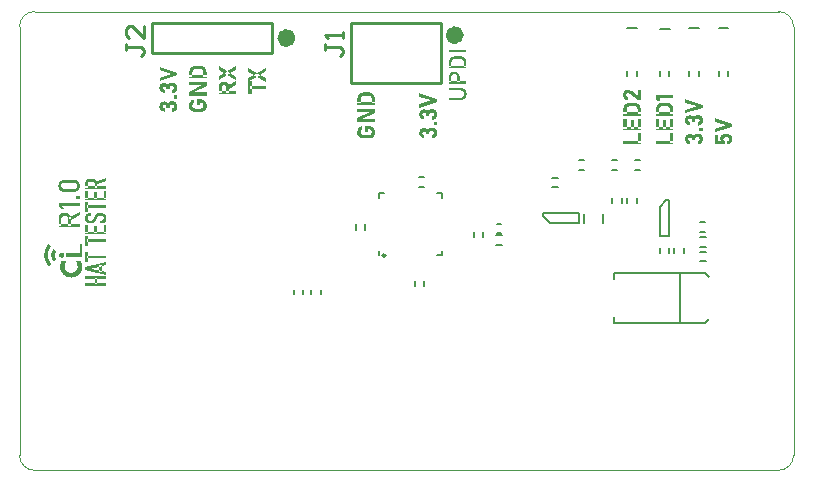
<source format=gto>
G04*
G04 #@! TF.GenerationSoftware,Altium Limited,Altium Designer,22.2.1 (43)*
G04*
G04 Layer_Color=65535*
%FSLAX25Y25*%
%MOIN*%
G70*
G04*
G04 #@! TF.SameCoordinates,9D487286-0820-45C8-B7CC-BF608446F30D*
G04*
G04*
G04 #@! TF.FilePolarity,Positive*
G04*
G01*
G75*
%ADD10C,0.03150*%
%ADD11C,0.00984*%
%ADD12C,0.00787*%
%ADD13C,0.00600*%
%ADD14C,0.01000*%
%ADD15C,0.00800*%
%ADD16C,0.00500*%
%ADD17C,0.00100*%
G36*
X111465Y173775D02*
X111493D01*
Y173747D01*
X111521D01*
Y173719D01*
X111549D01*
Y173691D01*
X111577D01*
Y173663D01*
X111605D01*
Y173635D01*
X111634D01*
Y173607D01*
X111662D01*
Y173578D01*
X111690D01*
Y173550D01*
X111718D01*
Y173522D01*
X111746D01*
Y173494D01*
X111774D01*
Y173466D01*
X111802D01*
Y173438D01*
X111831D01*
Y173409D01*
X111859D01*
Y173381D01*
X111887D01*
Y173353D01*
X111915D01*
Y173325D01*
X111943D01*
Y173297D01*
X111971D01*
Y173269D01*
X112000D01*
Y173240D01*
X112028D01*
Y173212D01*
X112056D01*
Y173184D01*
X112084D01*
Y173156D01*
X112112D01*
Y173128D01*
X112140D01*
Y173100D01*
X112169D01*
Y173072D01*
X112197D01*
Y173043D01*
X112225D01*
Y173015D01*
X112253D01*
Y172959D01*
X112225D01*
Y172931D01*
X112197D01*
Y172903D01*
X112169D01*
Y172846D01*
X112140D01*
Y172818D01*
X112112D01*
Y172790D01*
X112084D01*
Y172733D01*
X112056D01*
Y172705D01*
X112028D01*
Y172649D01*
X112000D01*
Y172621D01*
X111971D01*
Y172565D01*
X111943D01*
Y172508D01*
X111915D01*
Y172452D01*
X111887D01*
Y172368D01*
X111859D01*
Y172283D01*
X111831D01*
Y172198D01*
X111802D01*
Y172058D01*
X111774D01*
Y171776D01*
X111746D01*
Y171720D01*
X111774D01*
Y171466D01*
X111802D01*
Y171326D01*
X111831D01*
Y171213D01*
X111859D01*
Y171128D01*
X111887D01*
Y171072D01*
X111915D01*
Y171016D01*
X111943D01*
Y170959D01*
X111971D01*
Y170903D01*
X112000D01*
Y170847D01*
X112028D01*
Y170791D01*
X112056D01*
Y170762D01*
X112084D01*
Y170734D01*
X112112D01*
Y170678D01*
X112140D01*
Y170650D01*
X112169D01*
Y170622D01*
X112197D01*
Y170593D01*
X112225D01*
Y170565D01*
X112253D01*
Y170537D01*
X112281D01*
Y170509D01*
X112253D01*
Y170481D01*
X112225D01*
Y170453D01*
X112197D01*
Y170424D01*
X112169D01*
Y170396D01*
X112140D01*
Y170368D01*
X112112D01*
Y170340D01*
X112084D01*
Y170312D01*
X112056D01*
Y170284D01*
X112028D01*
Y170255D01*
X112000D01*
Y170227D01*
X111971D01*
Y170199D01*
X111943D01*
Y170171D01*
X111915D01*
Y170143D01*
X111887D01*
Y170115D01*
X111859D01*
Y170087D01*
X111831D01*
Y170058D01*
X111802D01*
Y170030D01*
X111774D01*
Y169974D01*
X111746D01*
Y169946D01*
X111718D01*
Y169918D01*
X111690D01*
Y169889D01*
X111662D01*
Y169861D01*
X111634D01*
Y169833D01*
X111605D01*
Y169805D01*
X111577D01*
Y169777D01*
X111549D01*
Y169749D01*
X111521D01*
Y169720D01*
X111493D01*
Y169692D01*
X111436D01*
Y169720D01*
X111408D01*
Y169749D01*
X111380D01*
Y169777D01*
X111352D01*
Y169805D01*
X111324D01*
Y169833D01*
X111296D01*
Y169861D01*
X111267D01*
Y169889D01*
X111239D01*
Y169918D01*
X111211D01*
Y169974D01*
X111183D01*
Y170002D01*
X111155D01*
Y170058D01*
X111127D01*
Y170087D01*
X111099D01*
Y170115D01*
X111070D01*
Y170171D01*
X111042D01*
Y170199D01*
X111014D01*
Y170255D01*
X110986D01*
Y170312D01*
X110958D01*
Y170340D01*
X110930D01*
Y170396D01*
X110901D01*
Y170453D01*
X110873D01*
Y170509D01*
X110845D01*
Y170565D01*
X110817D01*
Y170650D01*
X110789D01*
Y170706D01*
X110760D01*
Y170791D01*
X110732D01*
Y170875D01*
X110704D01*
Y170988D01*
X110676D01*
Y171100D01*
X110648D01*
Y171213D01*
X110620D01*
Y171410D01*
X110592D01*
Y172086D01*
X110620D01*
Y172311D01*
X110648D01*
Y172424D01*
X110676D01*
Y172536D01*
X110704D01*
Y172621D01*
X110732D01*
Y172705D01*
X110760D01*
Y172790D01*
X110789D01*
Y172874D01*
X110817D01*
Y172931D01*
X110845D01*
Y172987D01*
X110873D01*
Y173043D01*
X110901D01*
Y173100D01*
X110930D01*
Y173156D01*
X110958D01*
Y173212D01*
X110986D01*
Y173240D01*
X111014D01*
Y173297D01*
X111042D01*
Y173353D01*
X111070D01*
Y173381D01*
X111099D01*
Y173438D01*
X111127D01*
Y173466D01*
X111155D01*
Y173494D01*
X111183D01*
Y173550D01*
X111211D01*
Y173578D01*
X111239D01*
Y173607D01*
X111267D01*
Y173635D01*
X111296D01*
Y173663D01*
X111324D01*
Y173719D01*
X111352D01*
Y173747D01*
X111380D01*
Y173775D01*
X111408D01*
Y173804D01*
X111465D01*
Y173775D01*
D02*
G37*
G36*
X109803Y175409D02*
X109831D01*
Y175381D01*
X109859D01*
Y175352D01*
X109888D01*
Y175324D01*
X109916D01*
Y175296D01*
X109944D01*
Y175268D01*
X109972D01*
Y175240D01*
X110000D01*
Y175212D01*
X110028D01*
Y175183D01*
X110056D01*
Y175155D01*
X110085D01*
Y175127D01*
X110113D01*
Y175099D01*
X110141D01*
Y175071D01*
X110169D01*
Y175043D01*
X110197D01*
Y175014D01*
X110225D01*
Y174986D01*
X110254D01*
Y174958D01*
X110282D01*
Y174930D01*
X110310D01*
Y174902D01*
X110338D01*
Y174874D01*
X110366D01*
Y174846D01*
X110395D01*
Y174817D01*
X110423D01*
Y174789D01*
X110451D01*
Y174761D01*
X110479D01*
Y174733D01*
X110507D01*
Y174705D01*
X110535D01*
Y174677D01*
X110563D01*
Y174648D01*
X110592D01*
Y174592D01*
X110563D01*
Y174564D01*
X110535D01*
Y174536D01*
X110507D01*
Y174508D01*
X110479D01*
Y174451D01*
X110451D01*
Y174423D01*
X110423D01*
Y174395D01*
X110395D01*
Y174367D01*
X110366D01*
Y174339D01*
X110338D01*
Y174311D01*
X110310D01*
Y174254D01*
X110282D01*
Y174226D01*
X110254D01*
Y174198D01*
X110225D01*
Y174142D01*
X110197D01*
Y174113D01*
X110169D01*
Y174085D01*
X110141D01*
Y174029D01*
X110113D01*
Y174001D01*
X110085D01*
Y173944D01*
X110056D01*
Y173916D01*
X110028D01*
Y173860D01*
X110000D01*
Y173804D01*
X109972D01*
Y173747D01*
X109944D01*
Y173719D01*
X109916D01*
Y173663D01*
X109888D01*
Y173607D01*
X109859D01*
Y173550D01*
X109831D01*
Y173494D01*
X109803D01*
Y173409D01*
X109775D01*
Y173353D01*
X109747D01*
Y173297D01*
X109719D01*
Y173240D01*
X109690D01*
Y173156D01*
X109662D01*
Y173072D01*
X109634D01*
Y172987D01*
X109606D01*
Y172903D01*
X109578D01*
Y172790D01*
X109550D01*
Y172677D01*
X109521D01*
Y172536D01*
X109493D01*
Y172368D01*
X109465D01*
Y172170D01*
X109437D01*
Y171326D01*
X109465D01*
Y171128D01*
X109493D01*
Y170959D01*
X109521D01*
Y170847D01*
X109550D01*
Y170734D01*
X109578D01*
Y170622D01*
X109606D01*
Y170537D01*
X109634D01*
Y170453D01*
X109662D01*
Y170368D01*
X109690D01*
Y170284D01*
X109719D01*
Y170199D01*
X109747D01*
Y170143D01*
X109775D01*
Y170087D01*
X109803D01*
Y170030D01*
X109831D01*
Y169974D01*
X109859D01*
Y169918D01*
X109888D01*
Y169833D01*
X109916D01*
Y169805D01*
X109944D01*
Y169749D01*
X109972D01*
Y169692D01*
X110000D01*
Y169664D01*
X110028D01*
Y169608D01*
X110056D01*
Y169552D01*
X110085D01*
Y169523D01*
X110113D01*
Y169467D01*
X110141D01*
Y169439D01*
X110169D01*
Y169411D01*
X110197D01*
Y169354D01*
X110225D01*
Y169326D01*
X110254D01*
Y169270D01*
X110282D01*
Y169242D01*
X110310D01*
Y169214D01*
X110338D01*
Y169157D01*
X110366D01*
Y169129D01*
X110395D01*
Y169101D01*
X110423D01*
Y169073D01*
X110451D01*
Y169045D01*
X110479D01*
Y169016D01*
X110507D01*
Y168988D01*
X110535D01*
Y168960D01*
X110563D01*
Y168932D01*
X110592D01*
Y168904D01*
X110620D01*
Y168819D01*
X110592D01*
Y168791D01*
X110563D01*
Y168763D01*
X110535D01*
Y168735D01*
X110507D01*
Y168707D01*
X110479D01*
Y168678D01*
X110451D01*
Y168650D01*
X110423D01*
Y168622D01*
X110395D01*
Y168594D01*
X110366D01*
Y168566D01*
X110338D01*
Y168538D01*
X110310D01*
Y168510D01*
X110282D01*
Y168481D01*
X110254D01*
Y168453D01*
X110225D01*
Y168425D01*
X110197D01*
Y168397D01*
X110169D01*
Y168369D01*
X110141D01*
Y168341D01*
X110113D01*
Y168312D01*
X110085D01*
Y168284D01*
X110056D01*
Y168256D01*
X110028D01*
Y168228D01*
X110000D01*
Y168200D01*
X109972D01*
Y168172D01*
X109944D01*
Y168143D01*
X109916D01*
Y168115D01*
X109888D01*
Y168087D01*
X109859D01*
Y168059D01*
X109831D01*
Y168031D01*
X109775D01*
Y168087D01*
X109747D01*
Y168115D01*
X109719D01*
Y168143D01*
X109690D01*
Y168172D01*
X109662D01*
Y168200D01*
X109634D01*
Y168228D01*
X109606D01*
Y168256D01*
X109578D01*
Y168284D01*
X109550D01*
Y168312D01*
X109521D01*
Y168341D01*
X109493D01*
Y168369D01*
X109465D01*
Y168425D01*
X109437D01*
Y168453D01*
X109409D01*
Y168481D01*
X109381D01*
Y168510D01*
X109353D01*
Y168566D01*
X109324D01*
Y168594D01*
X109296D01*
Y168622D01*
X109268D01*
Y168678D01*
X109240D01*
Y168707D01*
X109212D01*
Y168763D01*
X109184D01*
Y168791D01*
X109155D01*
Y168819D01*
X109127D01*
Y168876D01*
X109099D01*
Y168904D01*
X109071D01*
Y168960D01*
X109043D01*
Y169016D01*
X109015D01*
Y169045D01*
X108986D01*
Y169101D01*
X108958D01*
Y169157D01*
X108930D01*
Y169185D01*
X108902D01*
Y169242D01*
X108874D01*
Y169298D01*
X108846D01*
Y169354D01*
X108818D01*
Y169411D01*
X108789D01*
Y169467D01*
X108761D01*
Y169523D01*
X108733D01*
Y169580D01*
X108705D01*
Y169664D01*
X108677D01*
Y169720D01*
X108649D01*
Y169777D01*
X108620D01*
Y169861D01*
X108592D01*
Y169946D01*
X108564D01*
Y170002D01*
X108536D01*
Y170087D01*
X108508D01*
Y170171D01*
X108480D01*
Y170284D01*
X108451D01*
Y170368D01*
X108423D01*
Y170481D01*
X108395D01*
Y170593D01*
X108367D01*
Y170734D01*
X108339D01*
Y170875D01*
X108311D01*
Y171072D01*
X108282D01*
Y171354D01*
X108254D01*
Y172142D01*
X108282D01*
Y172452D01*
X108311D01*
Y172621D01*
X108339D01*
Y172790D01*
X108367D01*
Y172903D01*
X108395D01*
Y173043D01*
X108423D01*
Y173128D01*
X108451D01*
Y173240D01*
X108480D01*
Y173325D01*
X108508D01*
Y173409D01*
X108536D01*
Y173494D01*
X108564D01*
Y173578D01*
X108592D01*
Y173663D01*
X108620D01*
Y173719D01*
X108649D01*
Y173775D01*
X108677D01*
Y173860D01*
X108705D01*
Y173916D01*
X108733D01*
Y173973D01*
X108761D01*
Y174029D01*
X108789D01*
Y174085D01*
X108818D01*
Y174142D01*
X108846D01*
Y174198D01*
X108874D01*
Y174254D01*
X108902D01*
Y174311D01*
X108930D01*
Y174367D01*
X108958D01*
Y174395D01*
X108986D01*
Y174451D01*
X109015D01*
Y174508D01*
X109043D01*
Y174536D01*
X109071D01*
Y174592D01*
X109099D01*
Y174648D01*
X109127D01*
Y174677D01*
X109155D01*
Y174705D01*
X109184D01*
Y174761D01*
X109212D01*
Y174789D01*
X109240D01*
Y174846D01*
X109268D01*
Y174874D01*
X109296D01*
Y174902D01*
X109324D01*
Y174958D01*
X109353D01*
Y174986D01*
X109381D01*
Y175014D01*
X109409D01*
Y175043D01*
X109437D01*
Y175099D01*
X109465D01*
Y175127D01*
X109493D01*
Y175155D01*
X109521D01*
Y175183D01*
X109550D01*
Y175212D01*
X109578D01*
Y175268D01*
X109606D01*
Y175296D01*
X109634D01*
Y175324D01*
X109662D01*
Y175352D01*
X109690D01*
Y175381D01*
X109719D01*
Y175409D01*
X109747D01*
Y175437D01*
X109803D01*
Y175409D01*
D02*
G37*
G36*
X120729Y171128D02*
X120701D01*
Y171100D01*
X115660D01*
Y172396D01*
X120025D01*
Y175493D01*
X120729D01*
Y171128D01*
D02*
G37*
G36*
X114280Y172565D02*
X114365D01*
Y172536D01*
X114450D01*
Y172508D01*
X114506D01*
Y172480D01*
X114534D01*
Y172452D01*
X114590D01*
Y172424D01*
X114618D01*
Y172396D01*
X114647D01*
Y172368D01*
X114675D01*
Y172339D01*
X114703D01*
Y172311D01*
X114731D01*
Y172283D01*
X114759D01*
Y172255D01*
X114787D01*
Y172198D01*
X114815D01*
Y172170D01*
X114844D01*
Y172114D01*
X114872D01*
Y172058D01*
X114900D01*
Y171945D01*
X114928D01*
Y171523D01*
X114900D01*
Y171466D01*
Y171438D01*
Y171410D01*
X114872D01*
Y171354D01*
X114844D01*
Y171297D01*
X114815D01*
Y171269D01*
X114787D01*
Y171213D01*
X114759D01*
Y171185D01*
X114731D01*
Y171157D01*
X114703D01*
Y171128D01*
X114675D01*
Y171100D01*
X114647D01*
Y171072D01*
X114618D01*
Y171044D01*
X114590D01*
Y171016D01*
X114534D01*
Y170988D01*
X114506D01*
Y170959D01*
X114450D01*
Y170931D01*
X114365D01*
Y170903D01*
X114280D01*
Y170875D01*
X113858D01*
Y170903D01*
X113774D01*
Y170931D01*
X113689D01*
Y170959D01*
X113633D01*
Y170988D01*
X113605D01*
Y171016D01*
X113548D01*
Y171044D01*
X113520D01*
Y171072D01*
X113492D01*
Y171100D01*
X113464D01*
Y171128D01*
X113436D01*
Y171157D01*
X113408D01*
Y171185D01*
X113379D01*
Y171213D01*
X113351D01*
Y171269D01*
X113323D01*
Y171326D01*
X113295D01*
Y171354D01*
X113267D01*
Y171438D01*
X113239D01*
Y171523D01*
X113210D01*
Y171945D01*
X113239D01*
Y172029D01*
X113267D01*
Y172086D01*
X113295D01*
Y172142D01*
X113323D01*
Y172198D01*
X113351D01*
Y172227D01*
X113379D01*
Y172283D01*
X113408D01*
Y172311D01*
X113436D01*
Y172339D01*
X113464D01*
Y172368D01*
X113492D01*
Y172396D01*
X113520D01*
Y172424D01*
X113548D01*
Y172452D01*
X113605D01*
Y172480D01*
X113661D01*
Y172508D01*
X113689D01*
Y172536D01*
X113774D01*
Y172565D01*
X113858D01*
Y172593D01*
X114280D01*
Y172565D01*
D02*
G37*
G36*
X120448Y169805D02*
X120476D01*
Y169720D01*
X120504D01*
Y169636D01*
X120532D01*
Y169552D01*
X120560D01*
Y169439D01*
X120588D01*
Y169354D01*
X120616D01*
Y169242D01*
X120645D01*
Y169129D01*
X120673D01*
Y169016D01*
X120701D01*
Y168904D01*
X120729D01*
Y168791D01*
X120757D01*
Y168650D01*
X120785D01*
Y168510D01*
X120814D01*
Y168312D01*
X120842D01*
Y168059D01*
X120870D01*
Y167383D01*
X120842D01*
Y167186D01*
X120814D01*
Y167017D01*
X120785D01*
Y166904D01*
X120757D01*
Y166792D01*
X120729D01*
Y166707D01*
X120701D01*
Y166623D01*
X120673D01*
Y166538D01*
X120645D01*
Y166454D01*
X120616D01*
Y166398D01*
X120588D01*
Y166341D01*
X120560D01*
Y166285D01*
X120532D01*
Y166229D01*
X120504D01*
Y166172D01*
X120476D01*
Y166116D01*
X120448D01*
Y166060D01*
X120419D01*
Y166032D01*
X120391D01*
Y165975D01*
X120363D01*
Y165947D01*
X120335D01*
Y165891D01*
X120307D01*
Y165834D01*
X120279D01*
Y165806D01*
X120250D01*
Y165778D01*
X120222D01*
Y165722D01*
X120194D01*
Y165694D01*
X120166D01*
Y165665D01*
X120138D01*
Y165637D01*
X120110D01*
Y165581D01*
X120081D01*
Y165553D01*
X120053D01*
Y165525D01*
X120025D01*
Y165497D01*
X119997D01*
Y165468D01*
X119969D01*
Y165440D01*
X119941D01*
Y165412D01*
X119913D01*
Y165384D01*
X119884D01*
Y165356D01*
X119856D01*
Y165328D01*
X119828D01*
Y165299D01*
X119800D01*
Y165271D01*
X119772D01*
Y165243D01*
X119744D01*
Y165215D01*
X119715D01*
Y165187D01*
X119687D01*
Y165158D01*
X119631D01*
Y165130D01*
X119603D01*
Y165102D01*
X119574D01*
Y165074D01*
X119546D01*
Y165046D01*
X119518D01*
Y165018D01*
X119462D01*
Y164990D01*
X119434D01*
Y164961D01*
X119377D01*
Y164933D01*
X119349D01*
Y164905D01*
X119321D01*
Y164877D01*
X119265D01*
Y164849D01*
X119209D01*
Y164821D01*
X119180D01*
Y164793D01*
X119124D01*
Y164764D01*
X119068D01*
Y164736D01*
X119011D01*
Y164708D01*
X118983D01*
Y164680D01*
X118927D01*
Y164652D01*
X118871D01*
Y164623D01*
X118786D01*
Y164595D01*
X118730D01*
Y164567D01*
X118673D01*
Y164539D01*
X118589D01*
Y164511D01*
X118505D01*
Y164483D01*
X118420D01*
Y164455D01*
X118335D01*
Y164426D01*
X118223D01*
Y164398D01*
X118110D01*
Y164370D01*
X117969D01*
Y164342D01*
X117772D01*
Y164314D01*
X117463D01*
Y164286D01*
X117012D01*
Y164314D01*
X116702D01*
Y164342D01*
X116477D01*
Y164370D01*
X116364D01*
Y164398D01*
X116252D01*
Y164426D01*
X116139D01*
Y164455D01*
X116055D01*
Y164483D01*
X115970D01*
Y164511D01*
X115886D01*
Y164539D01*
X115801D01*
Y164567D01*
X115745D01*
Y164595D01*
X115660D01*
Y164623D01*
X115604D01*
Y164652D01*
X115548D01*
Y164680D01*
X115491D01*
Y164708D01*
X115435D01*
Y164736D01*
X115379D01*
Y164764D01*
X115351D01*
Y164793D01*
X115294D01*
Y164821D01*
X115238D01*
Y164849D01*
X115182D01*
Y164877D01*
X115154D01*
Y164905D01*
X115125D01*
Y164933D01*
X115069D01*
Y164961D01*
X115041D01*
Y164990D01*
X114985D01*
Y165018D01*
X114956D01*
Y165046D01*
X114928D01*
Y165074D01*
X114872D01*
Y165102D01*
X114844D01*
Y165130D01*
X114815D01*
Y165158D01*
X114787D01*
Y165187D01*
X114759D01*
Y165215D01*
X114731D01*
Y165243D01*
X114675D01*
Y165271D01*
X114647D01*
Y165299D01*
X114618D01*
Y165328D01*
X114590D01*
Y165356D01*
X114562D01*
Y165384D01*
X114534D01*
Y165412D01*
X114506D01*
Y165440D01*
X114478D01*
Y165468D01*
X114450D01*
Y165525D01*
X114421D01*
Y165553D01*
X114393D01*
Y165581D01*
X114365D01*
Y165609D01*
X114337D01*
Y165637D01*
X114309D01*
Y165665D01*
X114280D01*
Y165722D01*
X114252D01*
Y165750D01*
X114224D01*
Y165778D01*
X114196D01*
Y165806D01*
X114168D01*
Y165863D01*
X114140D01*
Y165891D01*
X114112D01*
Y165947D01*
X114083D01*
Y165975D01*
X114055D01*
Y166032D01*
X114027D01*
Y166088D01*
X113999D01*
Y166116D01*
X113971D01*
Y166172D01*
X113943D01*
Y166229D01*
X113914D01*
Y166285D01*
X113886D01*
Y166341D01*
X113858D01*
Y166398D01*
X113830D01*
Y166454D01*
X113802D01*
Y166538D01*
X113774D01*
Y166595D01*
X113745D01*
Y166679D01*
X113717D01*
Y166764D01*
X113689D01*
Y166876D01*
X113661D01*
Y166989D01*
X113633D01*
Y167102D01*
X113605D01*
Y167271D01*
X113576D01*
Y167552D01*
X113548D01*
Y168115D01*
X113576D01*
Y168369D01*
X113605D01*
Y168538D01*
X113633D01*
Y168678D01*
X113661D01*
Y168791D01*
X113689D01*
Y168904D01*
X113717D01*
Y169016D01*
X113745D01*
Y169101D01*
X113774D01*
Y169185D01*
X113802D01*
Y169298D01*
X113830D01*
Y169354D01*
X113858D01*
Y169439D01*
X113886D01*
Y169523D01*
X113914D01*
Y169580D01*
X113943D01*
Y169664D01*
X113971D01*
Y169720D01*
X113999D01*
Y169805D01*
X114027D01*
Y169833D01*
X115773D01*
Y169805D01*
X115745D01*
Y169749D01*
X115717D01*
Y169692D01*
X115689D01*
Y169664D01*
X115660D01*
Y169608D01*
X115632D01*
Y169552D01*
X115604D01*
Y169495D01*
X115576D01*
Y169439D01*
X115548D01*
Y169383D01*
X115519D01*
Y169326D01*
X115491D01*
Y169270D01*
X115463D01*
Y169214D01*
X115435D01*
Y169157D01*
X115407D01*
Y169101D01*
X115379D01*
Y169045D01*
X115351D01*
Y168960D01*
X115322D01*
Y168876D01*
X115294D01*
Y168819D01*
X115266D01*
Y168735D01*
X115238D01*
Y168650D01*
X115210D01*
Y168566D01*
X115182D01*
Y168453D01*
X115154D01*
Y168341D01*
X115125D01*
Y168172D01*
X115097D01*
Y167918D01*
X115069D01*
Y167693D01*
X115097D01*
Y167411D01*
X115125D01*
Y167299D01*
X115154D01*
Y167186D01*
X115182D01*
Y167102D01*
X115210D01*
Y167045D01*
X115238D01*
Y166961D01*
X115266D01*
Y166904D01*
X115294D01*
Y166848D01*
X115322D01*
Y166820D01*
X115351D01*
Y166764D01*
X115379D01*
Y166735D01*
X115407D01*
Y166679D01*
X115435D01*
Y166651D01*
X115463D01*
Y166623D01*
X115491D01*
Y166595D01*
X115519D01*
Y166567D01*
X115548D01*
Y166538D01*
X115576D01*
Y166510D01*
X115604D01*
Y166482D01*
X115632D01*
Y166454D01*
X115660D01*
Y166426D01*
X115689D01*
Y166398D01*
X115717D01*
Y166369D01*
X115745D01*
Y166341D01*
X115801D01*
Y166313D01*
X115829D01*
Y166285D01*
X115857D01*
Y166257D01*
X115914D01*
Y166229D01*
X115970D01*
Y166200D01*
X115998D01*
Y166172D01*
X116055D01*
Y166144D01*
X116111D01*
Y166116D01*
X116167D01*
Y166088D01*
X116252D01*
Y166060D01*
X116336D01*
Y166032D01*
X116421D01*
Y166003D01*
X116533D01*
Y165975D01*
X116646D01*
Y165947D01*
X116787D01*
Y165919D01*
X117181D01*
Y165891D01*
X117350D01*
Y165919D01*
X117716D01*
Y165947D01*
X117857D01*
Y165975D01*
X117969D01*
Y166003D01*
X118054D01*
Y166032D01*
X118138D01*
Y166060D01*
X118223D01*
Y166088D01*
X118279D01*
Y166116D01*
X118335D01*
Y166144D01*
X118392D01*
Y166172D01*
X118448D01*
Y166200D01*
X118505D01*
Y166229D01*
X118533D01*
Y166257D01*
X118589D01*
Y166285D01*
X118617D01*
Y166313D01*
X118645D01*
Y166341D01*
X118702D01*
Y166369D01*
X118730D01*
Y166398D01*
X118758D01*
Y166426D01*
X118786D01*
Y166454D01*
X118814D01*
Y166482D01*
X118842D01*
Y166510D01*
X118871D01*
Y166538D01*
X118899D01*
Y166567D01*
X118927D01*
Y166595D01*
X118955D01*
Y166651D01*
X118983D01*
Y166679D01*
X119011D01*
Y166707D01*
X119039D01*
Y166764D01*
X119068D01*
Y166792D01*
X119096D01*
Y166848D01*
X119124D01*
Y166904D01*
X119152D01*
Y166961D01*
X119180D01*
Y167017D01*
X119209D01*
Y167073D01*
X119237D01*
Y167158D01*
X119265D01*
Y167242D01*
X119293D01*
Y167383D01*
X119321D01*
Y167524D01*
X119349D01*
Y167862D01*
X119377D01*
Y167946D01*
X119349D01*
Y168256D01*
X119321D01*
Y168397D01*
X119293D01*
Y168538D01*
X119265D01*
Y168622D01*
X119237D01*
Y168735D01*
X119209D01*
Y168819D01*
X119180D01*
Y168876D01*
X119152D01*
Y168960D01*
X119124D01*
Y169045D01*
X119096D01*
Y169101D01*
X119068D01*
Y169157D01*
X119039D01*
Y169242D01*
X119011D01*
Y169298D01*
X118983D01*
Y169354D01*
X118955D01*
Y169411D01*
X118927D01*
Y169467D01*
X118899D01*
Y169523D01*
X118871D01*
Y169580D01*
X118842D01*
Y169636D01*
X118814D01*
Y169692D01*
X118786D01*
Y169720D01*
X118758D01*
Y169777D01*
X118730D01*
Y169833D01*
X120448D01*
Y169805D01*
D02*
G37*
G36*
X128871Y196361D02*
X125917Y195444D01*
X125920Y195388D01*
Y194666D01*
X125057D01*
Y194185D01*
X125920D01*
Y194666D01*
X128871D01*
Y193748D01*
X121887D01*
Y194185D01*
X122751D01*
Y194666D01*
X125057D01*
Y195530D01*
X125046Y195595D01*
X125035Y195672D01*
X125013Y195770D01*
X124969Y195869D01*
X124926Y195956D01*
X124860Y196044D01*
X124849Y196054D01*
X124816Y196076D01*
X124773Y196109D01*
X124707Y196153D01*
X124631Y196186D01*
X124532Y196218D01*
X124412Y196240D01*
X124281Y196251D01*
X123570D01*
X123548D01*
X123505D01*
X123439Y196240D01*
X123352Y196229D01*
X123253Y196197D01*
X123155Y196164D01*
X123057Y196109D01*
X122969Y196044D01*
X122958Y196033D01*
X122936Y196011D01*
X122904Y195956D01*
X122860Y195890D01*
X122816Y195814D01*
X122783Y195716D01*
X122762Y195595D01*
X122751Y195464D01*
Y194666D01*
X121887D01*
Y195486D01*
X121898Y195584D01*
X121909Y195716D01*
X121931Y195869D01*
X121964Y196022D01*
X122007Y196186D01*
X122073Y196339D01*
X122084Y196361D01*
X122106Y196404D01*
X122150Y196481D01*
X122215Y196568D01*
X122292Y196667D01*
X122379Y196765D01*
X122488Y196863D01*
X122619Y196951D01*
X122630Y196962D01*
X122685Y196984D01*
X122762Y197016D01*
X122860Y197060D01*
X122980Y197093D01*
X123122Y197126D01*
X123286Y197148D01*
X123472Y197158D01*
X124292D01*
X124303D01*
X124314D01*
X124379D01*
X124478Y197148D01*
X124598Y197137D01*
X124729Y197104D01*
X124882Y197071D01*
X125035Y197016D01*
X125177Y196951D01*
X125188Y196940D01*
X125232Y196907D01*
X125297Y196863D01*
X125385Y196798D01*
X125472Y196710D01*
X125560Y196601D01*
X125658Y196481D01*
X125734Y196339D01*
X125741Y196325D01*
X125483Y196240D01*
X125702Y195377D01*
X125917Y195444D01*
X125909Y195584D01*
X125888Y195770D01*
X125866Y195934D01*
X125822Y196076D01*
X125789Y196186D01*
X125767Y196273D01*
X125745Y196317D01*
X125741Y196325D01*
X128871Y197355D01*
Y196361D01*
D02*
G37*
G36*
X122762Y190950D02*
X121898D01*
Y193038D01*
X122762D01*
Y190950D01*
D02*
G37*
G36*
X128871D02*
X128008D01*
Y190513D01*
X128871D01*
Y190032D01*
X121898D01*
Y190513D01*
X122762D01*
Y190950D01*
X124980D01*
Y192797D01*
X125844D01*
Y190950D01*
X124980D01*
Y190513D01*
X125844D01*
Y190950D01*
X128008D01*
Y193038D01*
X128871D01*
Y190950D01*
D02*
G37*
G36*
X122762Y188316D02*
X122467D01*
Y187409D01*
X122762D01*
Y188316D01*
X128871D01*
Y187409D01*
X122762D01*
Y186174D01*
X121898D01*
Y189562D01*
X122762D01*
Y188316D01*
D02*
G37*
G36*
X127440Y185726D02*
X127505D01*
X127582Y185715D01*
X127757Y185682D01*
X127953Y185627D01*
X128150Y185551D01*
X128347Y185442D01*
X128522Y185299D01*
X128543Y185277D01*
X128587Y185223D01*
X128653Y185125D01*
X128729Y184982D01*
X128806Y184808D01*
X128871Y184600D01*
X128915Y184348D01*
X128937Y184064D01*
Y183977D01*
X128926Y183868D01*
X128915Y183747D01*
X128893Y183594D01*
X128860Y183441D01*
X128817Y183288D01*
X128751Y183135D01*
X128740Y183113D01*
X128718Y183070D01*
X128675Y183004D01*
X128609Y182917D01*
X128533Y182829D01*
X128445Y182731D01*
X128336Y182632D01*
X128205Y182556D01*
X128183Y182545D01*
X128139Y182523D01*
X128063Y182490D01*
X127953Y182458D01*
X127822Y182425D01*
X127669Y182392D01*
X127494Y182370D01*
X127308Y182359D01*
X126959D01*
Y183277D01*
X127276D01*
X127287D01*
X127341D01*
X127407Y183288D01*
X127483Y183299D01*
X127582Y183321D01*
X127680Y183365D01*
X127768Y183408D01*
X127855Y183474D01*
X127866Y183485D01*
X127888Y183518D01*
X127920Y183562D01*
X127953Y183627D01*
X127997Y183714D01*
X128030Y183813D01*
X128052Y183933D01*
X128063Y184064D01*
Y184119D01*
X128052Y184185D01*
X128041Y184272D01*
X128008Y184359D01*
X127975Y184447D01*
X127920Y184545D01*
X127855Y184622D01*
X127844Y184633D01*
X127811Y184654D01*
X127768Y184687D01*
X127702Y184720D01*
X127625Y184753D01*
X127527Y184786D01*
X127407Y184808D01*
X127276Y184818D01*
X126664D01*
X126653D01*
X126620D01*
X126565Y184808D01*
X126500Y184797D01*
X126347Y184764D01*
X126270Y184720D01*
X126205Y184676D01*
X126194Y184665D01*
X126172Y184654D01*
X126139Y184622D01*
X126106Y184578D01*
X126008Y184469D01*
X125909Y184316D01*
X125899Y184305D01*
X125888Y184272D01*
X125866Y184228D01*
X125833Y184174D01*
X125789Y184097D01*
X125745Y184021D01*
X125658Y183835D01*
Y183824D01*
X125636Y183791D01*
X125614Y183736D01*
X125582Y183671D01*
X125549Y183594D01*
X125505Y183507D01*
X125407Y183310D01*
X125396Y183299D01*
X125385Y183266D01*
X125352Y183223D01*
X125308Y183157D01*
X125199Y183004D01*
X125068Y182840D01*
X125057Y182829D01*
X125035Y182807D01*
X124991Y182764D01*
X124937Y182720D01*
X124860Y182654D01*
X124773Y182600D01*
X124685Y182545D01*
X124576Y182490D01*
X124565D01*
X124521Y182468D01*
X124456Y182447D01*
X124368Y182425D01*
X124270Y182403D01*
X124139Y182381D01*
X123997Y182370D01*
X123844Y182359D01*
X123439D01*
X123428D01*
X123406D01*
X123363D01*
X123308Y182370D01*
X123242D01*
X123166Y182381D01*
X122991Y182414D01*
X122794Y182468D01*
X122598Y182545D01*
X122412Y182654D01*
X122237Y182796D01*
X122215Y182818D01*
X122171Y182873D01*
X122106Y182982D01*
X122029Y183113D01*
X121953Y183299D01*
X121887Y183507D01*
X121843Y183769D01*
X121822Y184053D01*
Y184130D01*
X121833Y184185D01*
Y184250D01*
X121843Y184327D01*
X121876Y184502D01*
X121920Y184698D01*
X121996Y184906D01*
X122106Y185092D01*
X122248Y185267D01*
X122270Y185288D01*
X122324Y185332D01*
X122423Y185398D01*
X122554Y185485D01*
X122729Y185562D01*
X122936Y185627D01*
X123188Y185671D01*
X123461Y185693D01*
X123822D01*
Y184786D01*
X123494D01*
X123472D01*
X123428D01*
X123363Y184775D01*
X123275Y184764D01*
X123188Y184742D01*
X123090Y184709D01*
X122991Y184665D01*
X122915Y184600D01*
X122904Y184589D01*
X122882Y184567D01*
X122849Y184523D01*
X122805Y184458D01*
X122773Y184381D01*
X122740Y184294D01*
X122718Y184185D01*
X122707Y184053D01*
Y183988D01*
X122718Y183922D01*
X122729Y183835D01*
X122751Y183747D01*
X122794Y183649D01*
X122838Y183551D01*
X122904Y183474D01*
X122915Y183463D01*
X122936Y183441D01*
X122980Y183408D01*
X123046Y183376D01*
X123122Y183343D01*
X123210Y183310D01*
X123319Y183288D01*
X123450Y183277D01*
X123887D01*
X123898D01*
X123942D01*
X123997Y183288D01*
X124062Y183299D01*
X124226Y183343D01*
X124303Y183376D01*
X124379Y183430D01*
X124390Y183441D01*
X124412Y183463D01*
X124445Y183496D01*
X124488Y183540D01*
X124532Y183594D01*
X124587Y183660D01*
X124685Y183824D01*
Y183835D01*
X124707Y183868D01*
X124729Y183922D01*
X124762Y183988D01*
X124794Y184064D01*
X124838Y184152D01*
X124937Y184348D01*
Y184359D01*
X124959Y184392D01*
X124980Y184436D01*
X125002Y184502D01*
X125035Y184578D01*
X125079Y184665D01*
X125166Y184840D01*
Y184851D01*
X125188Y184884D01*
X125210Y184928D01*
X125254Y184982D01*
X125341Y185135D01*
X125472Y185288D01*
X125483Y185299D01*
X125505Y185321D01*
X125538Y185365D01*
X125592Y185409D01*
X125658Y185463D01*
X125745Y185518D01*
X125833Y185573D01*
X125942Y185616D01*
X125953Y185627D01*
X125997Y185638D01*
X126051Y185660D01*
X126139Y185682D01*
X126248Y185704D01*
X126368Y185715D01*
X126511Y185737D01*
X126664D01*
X127308D01*
X127319D01*
X127341D01*
X127385D01*
X127440Y185726D01*
D02*
G37*
G36*
X122762Y179605D02*
X121898D01*
Y181693D01*
X122762D01*
Y179605D01*
D02*
G37*
G36*
X128871D02*
X128008D01*
Y179168D01*
X128871D01*
Y178687D01*
X121898D01*
Y179168D01*
X122762D01*
Y179605D01*
X124980D01*
Y181452D01*
X125844D01*
Y179605D01*
X124980D01*
Y179168D01*
X125844D01*
Y179605D01*
X128008D01*
Y181693D01*
X128871D01*
Y179605D01*
D02*
G37*
G36*
X122762Y176971D02*
X122467D01*
Y176064D01*
X122762D01*
Y176971D01*
X128871D01*
Y176064D01*
X122762D01*
Y174828D01*
X121898D01*
Y178217D01*
X122762D01*
Y176971D01*
D02*
G37*
G36*
Y171604D02*
X122467D01*
Y170697D01*
X122762D01*
Y171604D01*
X128871D01*
Y170697D01*
X122762D01*
Y169462D01*
X121898D01*
Y172850D01*
X122762D01*
Y171604D01*
D02*
G37*
G36*
X128871Y168336D02*
X127352Y168049D01*
Y166517D01*
X128871Y166226D01*
Y165254D01*
X121898Y166860D01*
Y167702D01*
X128871Y169309D01*
Y168336D01*
D02*
G37*
G36*
Y163713D02*
X125866D01*
Y162325D01*
X125002D01*
Y162019D01*
X125866D01*
Y162325D01*
X128871D01*
Y161406D01*
X121898D01*
Y162325D01*
X125002D01*
Y163713D01*
X125866D01*
Y164161D01*
X125002D01*
Y163713D01*
X121898D01*
Y164631D01*
X128871D01*
Y163713D01*
D02*
G37*
G36*
X152504Y232579D02*
Y231723D01*
X146692Y229783D01*
Y230912D01*
X150573Y232151D01*
X146692Y233381D01*
Y234511D01*
X152504Y232579D01*
D02*
G37*
G36*
X151092Y229254D02*
X151156D01*
X151229Y229236D01*
X151402Y229209D01*
X151593Y229154D01*
X151785Y229072D01*
X151885Y229017D01*
X151976Y228963D01*
X152067Y228890D01*
X152149Y228808D01*
Y228799D01*
X152167Y228789D01*
X152185Y228762D01*
X152213Y228726D01*
X152240Y228680D01*
X152277Y228625D01*
X152313Y228562D01*
X152349Y228480D01*
X152395Y228398D01*
X152431Y228307D01*
X152468Y228197D01*
X152495Y228088D01*
X152541Y227842D01*
X152550Y227696D01*
X152559Y227551D01*
Y227459D01*
X152550Y227359D01*
X152532Y227232D01*
X152514Y227086D01*
X152486Y226931D01*
X152441Y226767D01*
X152377Y226612D01*
X152368Y226594D01*
X152340Y226548D01*
X152295Y226466D01*
X152231Y226375D01*
X152158Y226275D01*
X152058Y226166D01*
X151949Y226057D01*
X151821Y225956D01*
X151803Y225947D01*
X151757Y225920D01*
X151675Y225874D01*
X151575Y225829D01*
X151448Y225783D01*
X151293Y225738D01*
X151129Y225701D01*
X150937Y225683D01*
Y226822D01*
X150947D01*
X150983Y226831D01*
X151029Y226840D01*
X151092Y226858D01*
X151156Y226886D01*
X151229Y226922D01*
X151293Y226958D01*
X151356Y227013D01*
X151366Y227022D01*
X151375Y227040D01*
X151402Y227077D01*
X151429Y227132D01*
X151457Y227186D01*
X151475Y227259D01*
X151493Y227341D01*
X151502Y227432D01*
Y227487D01*
X151493Y227541D01*
X151484Y227605D01*
X151457Y227687D01*
X151429Y227769D01*
X151384Y227842D01*
X151329Y227915D01*
X151320Y227924D01*
X151293Y227942D01*
X151256Y227970D01*
X151202Y228006D01*
X151129Y228033D01*
X151047Y228061D01*
X150947Y228079D01*
X150837Y228088D01*
X150701D01*
X150682D01*
X150646D01*
X150591Y228079D01*
X150509Y228070D01*
X150427Y228052D01*
X150345Y228024D01*
X150263Y227988D01*
X150190Y227942D01*
X150181Y227933D01*
X150163Y227915D01*
X150136Y227888D01*
X150099Y227842D01*
X150063Y227787D01*
X150036Y227724D01*
X150017Y227642D01*
X150008Y227551D01*
Y227059D01*
X148951D01*
Y227587D01*
X148942Y227623D01*
X148933Y227669D01*
X148915Y227724D01*
X148888Y227778D01*
X148851Y227824D01*
X148797Y227869D01*
X148787Y227878D01*
X148769Y227888D01*
X148733Y227906D01*
X148678Y227933D01*
X148624Y227951D01*
X148542Y227970D01*
X148451Y227979D01*
X148350Y227988D01*
X148250D01*
X148241D01*
X148205D01*
X148159Y227979D01*
X148095Y227970D01*
X147968Y227933D01*
X147895Y227906D01*
X147840Y227860D01*
X147831Y227851D01*
X147813Y227833D01*
X147794Y227806D01*
X147767Y227769D01*
X147740Y227714D01*
X147713Y227660D01*
X147703Y227587D01*
X147694Y227505D01*
Y227469D01*
X147703Y227423D01*
X147713Y227377D01*
X147740Y227314D01*
X147767Y227250D01*
X147813Y227186D01*
X147867Y227122D01*
X147877Y227113D01*
X147895Y227095D01*
X147931Y227068D01*
X147986Y227040D01*
X148059Y227004D01*
X148132Y226968D01*
X148232Y226940D01*
X148341Y226913D01*
Y225783D01*
X148332D01*
X148305D01*
X148259Y225792D01*
X148205Y225801D01*
X148141Y225820D01*
X148059Y225829D01*
X147877Y225883D01*
X147667Y225956D01*
X147458Y226057D01*
X147257Y226184D01*
X147166Y226257D01*
X147075Y226348D01*
X147066Y226357D01*
X147057Y226375D01*
X147029Y226403D01*
X147002Y226439D01*
X146975Y226485D01*
X146929Y226539D01*
X146893Y226612D01*
X146847Y226685D01*
X146765Y226858D01*
X146701Y227068D01*
X146647Y227295D01*
X146638Y227423D01*
X146628Y227551D01*
Y227623D01*
X146638Y227678D01*
Y227742D01*
X146647Y227815D01*
X146674Y227988D01*
X146729Y228179D01*
X146801Y228370D01*
X146893Y228562D01*
X146956Y228653D01*
X147029Y228735D01*
Y228744D01*
X147047Y228753D01*
X147102Y228799D01*
X147193Y228871D01*
X147312Y228954D01*
X147476Y229026D01*
X147667Y229099D01*
X147886Y229145D01*
X148013Y229163D01*
X148141D01*
X148314D01*
X148332D01*
X148387D01*
X148460Y229154D01*
X148560Y229136D01*
X148669Y229108D01*
X148787Y229072D01*
X148906Y229026D01*
X149024Y228954D01*
X149033Y228944D01*
X149070Y228917D01*
X149125Y228871D01*
X149188Y228808D01*
X149261Y228726D01*
X149343Y228625D01*
X149407Y228516D01*
X149471Y228380D01*
Y228398D01*
X149489Y228452D01*
X149516Y228525D01*
X149562Y228616D01*
X149617Y228726D01*
X149689Y228826D01*
X149790Y228935D01*
X149908Y229026D01*
X149926Y229035D01*
X149972Y229063D01*
X150045Y229099D01*
X150145Y229145D01*
X150273Y229190D01*
X150427Y229227D01*
X150600Y229254D01*
X150792Y229263D01*
X150965D01*
X150974D01*
X151001D01*
X151038D01*
X151092Y229254D01*
D02*
G37*
G36*
X152504Y223925D02*
X151411D01*
Y225027D01*
X152504D01*
Y223925D01*
D02*
G37*
G36*
X151092Y223059D02*
X151156D01*
X151229Y223041D01*
X151402Y223014D01*
X151593Y222959D01*
X151785Y222877D01*
X151885Y222822D01*
X151976Y222768D01*
X152067Y222695D01*
X152149Y222613D01*
Y222604D01*
X152167Y222595D01*
X152185Y222567D01*
X152213Y222531D01*
X152240Y222485D01*
X152277Y222431D01*
X152313Y222367D01*
X152349Y222285D01*
X152395Y222203D01*
X152431Y222112D01*
X152468Y222003D01*
X152495Y221893D01*
X152541Y221647D01*
X152550Y221501D01*
X152559Y221356D01*
Y221265D01*
X152550Y221164D01*
X152532Y221037D01*
X152514Y220891D01*
X152486Y220736D01*
X152441Y220572D01*
X152377Y220417D01*
X152368Y220399D01*
X152340Y220354D01*
X152295Y220272D01*
X152231Y220181D01*
X152158Y220080D01*
X152058Y219971D01*
X151949Y219862D01*
X151821Y219761D01*
X151803Y219752D01*
X151757Y219725D01*
X151675Y219679D01*
X151575Y219634D01*
X151448Y219588D01*
X151293Y219543D01*
X151129Y219506D01*
X150937Y219488D01*
Y220627D01*
X150947D01*
X150983Y220636D01*
X151029Y220645D01*
X151092Y220663D01*
X151156Y220691D01*
X151229Y220727D01*
X151293Y220764D01*
X151356Y220818D01*
X151366Y220827D01*
X151375Y220846D01*
X151402Y220882D01*
X151429Y220937D01*
X151457Y220991D01*
X151475Y221064D01*
X151493Y221146D01*
X151502Y221237D01*
Y221292D01*
X151493Y221347D01*
X151484Y221410D01*
X151457Y221492D01*
X151429Y221574D01*
X151384Y221647D01*
X151329Y221720D01*
X151320Y221729D01*
X151293Y221747D01*
X151256Y221775D01*
X151202Y221811D01*
X151129Y221839D01*
X151047Y221866D01*
X150947Y221884D01*
X150837Y221893D01*
X150701D01*
X150682D01*
X150646D01*
X150591Y221884D01*
X150509Y221875D01*
X150427Y221857D01*
X150345Y221830D01*
X150263Y221793D01*
X150190Y221747D01*
X150181Y221738D01*
X150163Y221720D01*
X150136Y221693D01*
X150099Y221647D01*
X150063Y221593D01*
X150036Y221529D01*
X150017Y221447D01*
X150008Y221356D01*
Y220864D01*
X148951D01*
Y221392D01*
X148942Y221429D01*
X148933Y221474D01*
X148915Y221529D01*
X148888Y221584D01*
X148851Y221629D01*
X148797Y221675D01*
X148787Y221684D01*
X148769Y221693D01*
X148733Y221711D01*
X148678Y221738D01*
X148624Y221757D01*
X148542Y221775D01*
X148451Y221784D01*
X148350Y221793D01*
X148250D01*
X148241D01*
X148205D01*
X148159Y221784D01*
X148095Y221775D01*
X147968Y221738D01*
X147895Y221711D01*
X147840Y221666D01*
X147831Y221656D01*
X147813Y221638D01*
X147794Y221611D01*
X147767Y221574D01*
X147740Y221520D01*
X147713Y221465D01*
X147703Y221392D01*
X147694Y221310D01*
Y221274D01*
X147703Y221228D01*
X147713Y221183D01*
X147740Y221119D01*
X147767Y221055D01*
X147813Y220991D01*
X147867Y220928D01*
X147877Y220918D01*
X147895Y220900D01*
X147931Y220873D01*
X147986Y220846D01*
X148059Y220809D01*
X148132Y220773D01*
X148232Y220745D01*
X148341Y220718D01*
Y219588D01*
X148332D01*
X148305D01*
X148259Y219598D01*
X148205Y219607D01*
X148141Y219625D01*
X148059Y219634D01*
X147877Y219689D01*
X147667Y219761D01*
X147458Y219862D01*
X147257Y219989D01*
X147166Y220062D01*
X147075Y220153D01*
X147066Y220162D01*
X147057Y220181D01*
X147029Y220208D01*
X147002Y220244D01*
X146975Y220290D01*
X146929Y220344D01*
X146893Y220417D01*
X146847Y220490D01*
X146765Y220663D01*
X146701Y220873D01*
X146647Y221101D01*
X146638Y221228D01*
X146628Y221356D01*
Y221429D01*
X146638Y221483D01*
Y221547D01*
X146647Y221620D01*
X146674Y221793D01*
X146729Y221984D01*
X146801Y222176D01*
X146893Y222367D01*
X146956Y222458D01*
X147029Y222540D01*
Y222549D01*
X147047Y222558D01*
X147102Y222604D01*
X147193Y222677D01*
X147312Y222759D01*
X147476Y222832D01*
X147667Y222904D01*
X147886Y222950D01*
X148013Y222968D01*
X148141D01*
X148314D01*
X148332D01*
X148387D01*
X148460Y222959D01*
X148560Y222941D01*
X148669Y222914D01*
X148787Y222877D01*
X148906Y222832D01*
X149024Y222759D01*
X149033Y222750D01*
X149070Y222722D01*
X149125Y222677D01*
X149188Y222613D01*
X149261Y222531D01*
X149343Y222431D01*
X149407Y222321D01*
X149471Y222185D01*
Y222203D01*
X149489Y222258D01*
X149516Y222330D01*
X149562Y222422D01*
X149617Y222531D01*
X149689Y222631D01*
X149790Y222741D01*
X149908Y222832D01*
X149926Y222841D01*
X149972Y222868D01*
X150045Y222904D01*
X150145Y222950D01*
X150273Y222995D01*
X150427Y223032D01*
X150600Y223059D01*
X150792Y223068D01*
X150965D01*
X150974D01*
X151001D01*
X151038D01*
X151092Y223059D01*
D02*
G37*
G36*
X160425Y234857D02*
X160488D01*
X160634Y234839D01*
X160807Y234802D01*
X160989Y234757D01*
X161181Y234693D01*
X161363Y234611D01*
X161372D01*
X161381Y234602D01*
X161436Y234565D01*
X161527Y234502D01*
X161627Y234419D01*
X161746Y234310D01*
X161864Y234183D01*
X161983Y234028D01*
X162092Y233846D01*
Y233836D01*
X162101Y233818D01*
X162119Y233791D01*
X162128Y233754D01*
X162146Y233700D01*
X162174Y233645D01*
X162192Y233572D01*
X162219Y233499D01*
X162265Y233308D01*
X162311Y233089D01*
X162338Y232843D01*
X162347Y232570D01*
Y231741D01*
X161290D01*
Y231194D01*
X162347D01*
Y230648D01*
X156535D01*
Y231194D01*
X157591D01*
Y231741D01*
X161290D01*
Y232689D01*
X161272Y232780D01*
X161254Y232907D01*
X161226Y233035D01*
X161181Y233171D01*
X161117Y233308D01*
X161035Y233426D01*
X161026Y233436D01*
X160989Y233472D01*
X160926Y233518D01*
X160844Y233581D01*
X160734Y233636D01*
X160616Y233682D01*
X160461Y233718D01*
X160297Y233727D01*
X158584D01*
X158575D01*
X158566D01*
X158502D01*
X158421Y233709D01*
X158311Y233691D01*
X158202Y233654D01*
X158074Y233600D01*
X157956Y233527D01*
X157856Y233426D01*
X157847Y233417D01*
X157810Y233372D01*
X157774Y233308D01*
X157719Y233217D01*
X157674Y233099D01*
X157628Y232953D01*
X157601Y232789D01*
X157591Y232597D01*
Y231741D01*
X156535D01*
Y232680D01*
X156544Y232752D01*
X156553Y232843D01*
X156562Y232953D01*
X156580Y233071D01*
X156598Y233199D01*
X156671Y233472D01*
X156708Y233609D01*
X156763Y233754D01*
X156826Y233891D01*
X156899Y234019D01*
X156981Y234146D01*
X157081Y234265D01*
X157090Y234274D01*
X157109Y234292D01*
X157136Y234319D01*
X157182Y234356D01*
X157236Y234401D01*
X157300Y234456D01*
X157382Y234511D01*
X157473Y234565D01*
X157573Y234620D01*
X157692Y234675D01*
X157819Y234729D01*
X157956Y234775D01*
X158102Y234811D01*
X158256Y234839D01*
X158430Y234857D01*
X158612Y234866D01*
X160270D01*
X160279D01*
X160297D01*
X160334D01*
X160370D01*
X160425Y234857D01*
D02*
G37*
G36*
X162347Y228015D02*
X158160Y225956D01*
X162347D01*
Y224909D01*
X156535D01*
Y226248D01*
X160792Y228316D01*
X156535D01*
Y229363D01*
X162347D01*
Y228015D01*
D02*
G37*
G36*
X160397Y223733D02*
X160470D01*
X160625Y223706D01*
X160798Y223679D01*
X160989Y223633D01*
X161190Y223569D01*
X161381Y223478D01*
X161390D01*
X161399Y223469D01*
X161427Y223451D01*
X161463Y223433D01*
X161554Y223369D01*
X161664Y223287D01*
X161782Y223187D01*
X161910Y223059D01*
X162028Y222904D01*
X162137Y222741D01*
Y222731D01*
X162146Y222722D01*
X162165Y222695D01*
X162174Y222658D01*
X162201Y222613D01*
X162219Y222558D01*
X162265Y222422D01*
X162320Y222258D01*
X162356Y222075D01*
X162392Y221857D01*
X162402Y221629D01*
Y221520D01*
X162392Y221465D01*
Y221401D01*
X162374Y221246D01*
X162338Y221073D01*
X162301Y220882D01*
X162238Y220691D01*
X162156Y220499D01*
Y220490D01*
X162146Y220481D01*
X162128Y220454D01*
X162110Y220417D01*
X162046Y220335D01*
X161973Y220226D01*
X161873Y220108D01*
X161746Y219980D01*
X161609Y219862D01*
X161445Y219752D01*
X161436D01*
X161427Y219743D01*
X161399Y219725D01*
X161363Y219716D01*
X161263Y219670D01*
X161135Y219625D01*
X160980Y219570D01*
X160789Y219534D01*
X160589Y219497D01*
X160361Y219488D01*
X158648D01*
X158639D01*
X158621D01*
X158584D01*
X158539D01*
X158475Y219497D01*
X158411Y219506D01*
X158256Y219525D01*
X158074Y219552D01*
X157883Y219598D01*
X157692Y219661D01*
X157500Y219752D01*
X157491D01*
X157482Y219761D01*
X157455Y219780D01*
X157418Y219798D01*
X157327Y219862D01*
X157218Y219944D01*
X157099Y220053D01*
X156972Y220171D01*
X156854Y220326D01*
X156744Y220490D01*
Y220499D01*
X156735Y220509D01*
X156717Y220536D01*
X156699Y220572D01*
X156681Y220618D01*
X156653Y220672D01*
X156608Y220809D01*
X156553Y220973D01*
X156517Y221155D01*
X156480Y221374D01*
X156471Y221602D01*
Y221693D01*
X156480Y221793D01*
X156498Y221921D01*
X156526Y222066D01*
X156562Y222230D01*
X156617Y222394D01*
X156690Y222558D01*
Y222567D01*
X156699Y222576D01*
X156726Y222631D01*
X156781Y222713D01*
X156844Y222813D01*
X156927Y222932D01*
X157036Y223050D01*
X157154Y223178D01*
X157291Y223296D01*
X157309Y223305D01*
X157364Y223342D01*
X157446Y223396D01*
X157555Y223460D01*
X157683Y223524D01*
X157837Y223597D01*
X158010Y223652D01*
X158202Y223697D01*
Y222513D01*
X158193D01*
X158156Y222495D01*
X158102Y222467D01*
X158038Y222431D01*
X157974Y222385D01*
X157901Y222321D01*
X157828Y222249D01*
X157765Y222157D01*
X157755Y222148D01*
X157737Y222112D01*
X157719Y222057D01*
X157683Y221993D01*
X157655Y221912D01*
X157637Y221811D01*
X157619Y221711D01*
X157610Y221602D01*
Y221529D01*
X157628Y221447D01*
X157646Y221347D01*
X157683Y221228D01*
X157728Y221110D01*
X157801Y220991D01*
X157892Y220882D01*
X157901Y220873D01*
X157947Y220846D01*
X158010Y220800D01*
X158092Y220755D01*
X158202Y220700D01*
X158329Y220663D01*
X158475Y220627D01*
X158648Y220618D01*
X160361D01*
X160379D01*
X160434Y220627D01*
X160507Y220636D01*
X160598Y220654D01*
X160707Y220682D01*
X160816Y220736D01*
X160926Y220800D01*
X161026Y220891D01*
X161035Y220900D01*
X161062Y220946D01*
X161108Y221001D01*
X161144Y221092D01*
X161190Y221192D01*
X161235Y221319D01*
X161263Y221465D01*
X161272Y221629D01*
Y221702D01*
X161254Y221784D01*
X161235Y221884D01*
X161208Y222003D01*
X161163Y222121D01*
X161099Y222230D01*
X161008Y222340D01*
X160999Y222349D01*
X160953Y222385D01*
X160898Y222422D01*
X160807Y222476D01*
X160707Y222522D01*
X160571Y222567D01*
X160425Y222595D01*
X160252Y222604D01*
X160151D01*
Y221729D01*
X159095D01*
Y223743D01*
X160233D01*
X160242D01*
X160261D01*
X160297D01*
X160343D01*
X160397Y223733D01*
D02*
G37*
G36*
X169280Y232994D02*
X168892Y232764D01*
X168637Y232609D01*
X168301Y232411D01*
X168664Y232199D01*
X169281Y231838D01*
X166432Y230149D01*
Y231306D01*
X168301Y232411D01*
X166432Y233502D01*
Y234659D01*
X169280Y232994D01*
D02*
G37*
G36*
X172244Y233593D02*
X170265Y232418D01*
X172244Y231260D01*
Y230104D01*
X169281Y231838D01*
X169675Y232071D01*
X169866Y232181D01*
X170265Y232418D01*
X169721Y232736D01*
X169280Y232994D01*
X172244Y234750D01*
Y233593D01*
D02*
G37*
G36*
Y228464D02*
X169903Y227149D01*
Y226487D01*
X168846D01*
Y225831D01*
X169903D01*
Y226487D01*
X172244D01*
Y225394D01*
X166423D01*
Y225831D01*
X167480D01*
Y226487D01*
X168846D01*
Y227899D01*
X168837Y227944D01*
X168819Y227999D01*
X168800Y228063D01*
X168773Y228136D01*
X168728Y228200D01*
X168664Y228263D01*
X168655Y228273D01*
X168627Y228291D01*
X168591Y228309D01*
X168527Y228345D01*
X168454Y228373D01*
X168372Y228391D01*
X168272Y228409D01*
X168163Y228418D01*
X168145D01*
X168108D01*
X168053Y228409D01*
X167981Y228400D01*
X167908Y228382D01*
X167826Y228354D01*
X167744Y228318D01*
X167671Y228263D01*
X167662Y228254D01*
X167643Y228236D01*
X167607Y228200D01*
X167571Y228154D01*
X167543Y228099D01*
X167507Y228027D01*
X167489Y227944D01*
X167480Y227853D01*
Y226487D01*
X166423D01*
Y228027D01*
X166432Y228118D01*
X166450Y228227D01*
X166478Y228364D01*
X166514Y228500D01*
X166569Y228646D01*
X166641Y228783D01*
X166650Y228801D01*
X166678Y228846D01*
X166733Y228910D01*
X166796Y228992D01*
X166887Y229083D01*
X166988Y229174D01*
X167115Y229265D01*
X167252Y229347D01*
X167270Y229357D01*
X167325Y229375D01*
X167407Y229411D01*
X167516Y229448D01*
X167643Y229484D01*
X167798Y229521D01*
X167972Y229539D01*
X168163Y229548D01*
X168172D01*
X168190D01*
X168218D01*
X168254D01*
X168354Y229539D01*
X168473Y229521D01*
X168618Y229502D01*
X168773Y229466D01*
X168928Y229411D01*
X169083Y229347D01*
X169101Y229338D01*
X169147Y229311D01*
X169220Y229265D01*
X169302Y229202D01*
X169402Y229120D01*
X169502Y229029D01*
X169602Y228910D01*
X169693Y228783D01*
X169702Y228764D01*
X169730Y228719D01*
X169757Y228646D01*
X169793Y228546D01*
X169839Y228418D01*
X169842Y228403D01*
X169538Y228227D01*
X169730Y227052D01*
X169903Y227149D01*
Y227944D01*
X169894Y228118D01*
X169866Y228282D01*
X169842Y228403D01*
X172244Y229794D01*
Y228464D01*
D02*
G37*
G36*
X182087Y232982D02*
X180108Y231807D01*
X182087Y230650D01*
Y229493D01*
X179123Y231227D01*
X179518Y231461D01*
X179709Y231570D01*
X180108Y231807D01*
X179563Y232126D01*
X179123Y232383D01*
X182087Y234139D01*
Y232982D01*
D02*
G37*
G36*
X179123Y232383D02*
X178734Y232153D01*
X178479Y231998D01*
X178144Y231800D01*
X178506Y231589D01*
X179123Y231227D01*
X176459Y229648D01*
X177331D01*
Y228063D01*
X176748D01*
Y226970D01*
X177331D01*
Y228063D01*
X182087D01*
Y226970D01*
X177331D01*
Y225394D01*
X176274D01*
Y229648D01*
Y230696D01*
X178144Y231800D01*
X176274Y232891D01*
Y234048D01*
X179123Y232383D01*
D02*
G37*
G36*
X216527Y225998D02*
X216591D01*
X216737Y225980D01*
X216910Y225944D01*
X217092Y225898D01*
X217283Y225834D01*
X217465Y225752D01*
X217475D01*
X217484Y225743D01*
X217538Y225707D01*
X217629Y225643D01*
X217730Y225561D01*
X217848Y225452D01*
X217966Y225324D01*
X218085Y225169D01*
X218194Y224987D01*
Y224978D01*
X218203Y224960D01*
X218221Y224933D01*
X218231Y224896D01*
X218249Y224841D01*
X218276Y224787D01*
X218294Y224714D01*
X218322Y224641D01*
X218367Y224450D01*
X218413Y224231D01*
X218440Y223985D01*
X218449Y223712D01*
Y222883D01*
X217392D01*
Y222336D01*
X218449D01*
Y221790D01*
X212637D01*
Y222336D01*
X213694D01*
Y222883D01*
X217392D01*
Y223830D01*
X217374Y223921D01*
X217356Y224049D01*
X217329Y224177D01*
X217283Y224313D01*
X217219Y224450D01*
X217137Y224568D01*
X217128Y224577D01*
X217092Y224614D01*
X217028Y224659D01*
X216946Y224723D01*
X216837Y224778D01*
X216718Y224823D01*
X216564Y224860D01*
X216400Y224869D01*
X214687D01*
X214678D01*
X214669D01*
X214605D01*
X214523Y224851D01*
X214413Y224832D01*
X214304Y224796D01*
X214177Y224741D01*
X214058Y224668D01*
X213958Y224568D01*
X213949Y224559D01*
X213913Y224514D01*
X213876Y224450D01*
X213821Y224359D01*
X213776Y224240D01*
X213730Y224095D01*
X213703Y223931D01*
X213694Y223739D01*
Y222883D01*
X212637D01*
Y223821D01*
X212646Y223894D01*
X212655Y223985D01*
X212664Y224095D01*
X212683Y224213D01*
X212701Y224341D01*
X212774Y224614D01*
X212810Y224750D01*
X212865Y224896D01*
X212929Y225033D01*
X213001Y225160D01*
X213084Y225288D01*
X213184Y225406D01*
X213193Y225415D01*
X213211Y225434D01*
X213238Y225461D01*
X213284Y225497D01*
X213339Y225543D01*
X213402Y225598D01*
X213484Y225652D01*
X213575Y225707D01*
X213676Y225762D01*
X213794Y225816D01*
X213922Y225871D01*
X214058Y225917D01*
X214204Y225953D01*
X214359Y225980D01*
X214532Y225998D01*
X214714Y226008D01*
X216372D01*
X216381D01*
X216400D01*
X216436D01*
X216472D01*
X216527Y225998D01*
D02*
G37*
G36*
X218449Y219157D02*
X214262Y217098D01*
X218449D01*
Y216050D01*
X212637D01*
Y217389D01*
X216895Y219458D01*
X212637D01*
Y220505D01*
X218449D01*
Y219157D01*
D02*
G37*
G36*
X216500Y214875D02*
X216573D01*
X216727Y214848D01*
X216901Y214821D01*
X217092Y214775D01*
X217292Y214711D01*
X217484Y214620D01*
X217493D01*
X217502Y214611D01*
X217529Y214593D01*
X217566Y214575D01*
X217657Y214511D01*
X217766Y214429D01*
X217884Y214329D01*
X218012Y214201D01*
X218130Y214046D01*
X218240Y213882D01*
Y213873D01*
X218249Y213864D01*
X218267Y213837D01*
X218276Y213800D01*
X218303Y213755D01*
X218322Y213700D01*
X218367Y213563D01*
X218422Y213399D01*
X218458Y213217D01*
X218495Y212999D01*
X218504Y212771D01*
Y212662D01*
X218495Y212607D01*
Y212543D01*
X218477Y212388D01*
X218440Y212215D01*
X218404Y212024D01*
X218340Y211832D01*
X218258Y211641D01*
Y211632D01*
X218249Y211623D01*
X218231Y211596D01*
X218212Y211559D01*
X218149Y211477D01*
X218076Y211368D01*
X217976Y211249D01*
X217848Y211122D01*
X217711Y211003D01*
X217547Y210894D01*
X217538D01*
X217529Y210885D01*
X217502Y210867D01*
X217465Y210858D01*
X217365Y210812D01*
X217238Y210767D01*
X217083Y210712D01*
X216892Y210676D01*
X216691Y210639D01*
X216463Y210630D01*
X214751D01*
X214741D01*
X214723D01*
X214687D01*
X214641D01*
X214578Y210639D01*
X214514Y210648D01*
X214359Y210666D01*
X214177Y210694D01*
X213985Y210739D01*
X213794Y210803D01*
X213603Y210894D01*
X213594D01*
X213584Y210903D01*
X213557Y210921D01*
X213521Y210940D01*
X213430Y211003D01*
X213320Y211085D01*
X213202Y211195D01*
X213074Y211313D01*
X212956Y211468D01*
X212847Y211632D01*
Y211641D01*
X212838Y211650D01*
X212819Y211678D01*
X212801Y211714D01*
X212783Y211760D01*
X212755Y211814D01*
X212710Y211951D01*
X212655Y212115D01*
X212619Y212297D01*
X212582Y212516D01*
X212573Y212743D01*
Y212835D01*
X212582Y212935D01*
X212601Y213062D01*
X212628Y213208D01*
X212664Y213372D01*
X212719Y213536D01*
X212792Y213700D01*
Y213709D01*
X212801Y213718D01*
X212828Y213773D01*
X212883Y213855D01*
X212947Y213955D01*
X213029Y214073D01*
X213138Y214192D01*
X213257Y214319D01*
X213393Y214438D01*
X213411Y214447D01*
X213466Y214483D01*
X213548Y214538D01*
X213657Y214602D01*
X213785Y214666D01*
X213940Y214738D01*
X214113Y214793D01*
X214304Y214839D01*
Y213654D01*
X214295D01*
X214259Y213636D01*
X214204Y213609D01*
X214140Y213572D01*
X214076Y213527D01*
X214004Y213463D01*
X213931Y213390D01*
X213867Y213299D01*
X213858Y213290D01*
X213840Y213254D01*
X213821Y213199D01*
X213785Y213135D01*
X213758Y213053D01*
X213739Y212953D01*
X213721Y212853D01*
X213712Y212743D01*
Y212671D01*
X213730Y212589D01*
X213749Y212488D01*
X213785Y212370D01*
X213830Y212251D01*
X213903Y212133D01*
X213995Y212024D01*
X214004Y212015D01*
X214049Y211987D01*
X214113Y211942D01*
X214195Y211896D01*
X214304Y211842D01*
X214432Y211805D01*
X214578Y211769D01*
X214751Y211760D01*
X216463D01*
X216481D01*
X216536Y211769D01*
X216609Y211778D01*
X216700Y211796D01*
X216810Y211823D01*
X216919Y211878D01*
X217028Y211942D01*
X217128Y212033D01*
X217137Y212042D01*
X217165Y212087D01*
X217210Y212142D01*
X217247Y212233D01*
X217292Y212333D01*
X217338Y212461D01*
X217365Y212607D01*
X217374Y212771D01*
Y212844D01*
X217356Y212926D01*
X217338Y213026D01*
X217311Y213144D01*
X217265Y213263D01*
X217201Y213372D01*
X217110Y213481D01*
X217101Y213491D01*
X217056Y213527D01*
X217001Y213563D01*
X216910Y213618D01*
X216810Y213664D01*
X216673Y213709D01*
X216527Y213736D01*
X216354Y213745D01*
X216254D01*
Y212871D01*
X215197D01*
Y214884D01*
X216336D01*
X216345D01*
X216363D01*
X216400D01*
X216445D01*
X216500Y214875D01*
D02*
G37*
G36*
X239119Y223721D02*
Y222865D01*
X233306Y220924D01*
Y222054D01*
X237187Y223293D01*
X233306Y224523D01*
Y225652D01*
X239119Y223721D01*
D02*
G37*
G36*
X237706Y220396D02*
X237770D01*
X237843Y220378D01*
X238016Y220350D01*
X238208Y220296D01*
X238399Y220214D01*
X238499Y220159D01*
X238590Y220104D01*
X238681Y220031D01*
X238763Y219949D01*
Y219940D01*
X238781Y219931D01*
X238800Y219904D01*
X238827Y219867D01*
X238854Y219822D01*
X238891Y219767D01*
X238927Y219704D01*
X238964Y219621D01*
X239009Y219539D01*
X239046Y219448D01*
X239082Y219339D01*
X239109Y219230D01*
X239155Y218984D01*
X239164Y218838D01*
X239173Y218692D01*
Y218601D01*
X239164Y218501D01*
X239146Y218373D01*
X239128Y218228D01*
X239100Y218073D01*
X239055Y217909D01*
X238991Y217754D01*
X238982Y217736D01*
X238955Y217690D01*
X238909Y217608D01*
X238845Y217517D01*
X238772Y217417D01*
X238672Y217307D01*
X238563Y217198D01*
X238435Y217098D01*
X238417Y217089D01*
X238371Y217062D01*
X238290Y217016D01*
X238189Y216970D01*
X238062Y216925D01*
X237907Y216879D01*
X237743Y216843D01*
X237552Y216825D01*
Y217964D01*
X237561D01*
X237597Y217973D01*
X237643Y217982D01*
X237706Y218000D01*
X237770Y218027D01*
X237843Y218064D01*
X237907Y218100D01*
X237971Y218155D01*
X237980Y218164D01*
X237989Y218182D01*
X238016Y218219D01*
X238044Y218273D01*
X238071Y218328D01*
X238089Y218401D01*
X238107Y218483D01*
X238117Y218574D01*
Y218629D01*
X238107Y218683D01*
X238098Y218747D01*
X238071Y218829D01*
X238044Y218911D01*
X237998Y218984D01*
X237943Y219057D01*
X237934Y219066D01*
X237907Y219084D01*
X237871Y219111D01*
X237816Y219148D01*
X237743Y219175D01*
X237661Y219202D01*
X237561Y219221D01*
X237451Y219230D01*
X237315D01*
X237297D01*
X237260D01*
X237206Y219221D01*
X237123Y219212D01*
X237041Y219193D01*
X236960Y219166D01*
X236877Y219130D01*
X236805Y219084D01*
X236795Y219075D01*
X236777Y219057D01*
X236750Y219029D01*
X236714Y218984D01*
X236677Y218929D01*
X236650Y218865D01*
X236631Y218783D01*
X236622Y218692D01*
Y218200D01*
X235566D01*
Y218729D01*
X235557Y218765D01*
X235547Y218811D01*
X235529Y218865D01*
X235502Y218920D01*
X235466Y218966D01*
X235411Y219011D01*
X235402Y219020D01*
X235384Y219029D01*
X235347Y219048D01*
X235292Y219075D01*
X235238Y219093D01*
X235156Y219111D01*
X235065Y219120D01*
X234964Y219130D01*
X234864D01*
X234855D01*
X234819D01*
X234773Y219120D01*
X234709Y219111D01*
X234582Y219075D01*
X234509Y219048D01*
X234454Y219002D01*
X234445Y218993D01*
X234427Y218975D01*
X234409Y218947D01*
X234381Y218911D01*
X234354Y218856D01*
X234327Y218802D01*
X234318Y218729D01*
X234309Y218647D01*
Y218610D01*
X234318Y218565D01*
X234327Y218519D01*
X234354Y218455D01*
X234381Y218392D01*
X234427Y218328D01*
X234482Y218264D01*
X234491Y218255D01*
X234509Y218237D01*
X234545Y218209D01*
X234600Y218182D01*
X234673Y218146D01*
X234746Y218109D01*
X234846Y218082D01*
X234955Y218055D01*
Y216925D01*
X234946D01*
X234919D01*
X234873Y216934D01*
X234819Y216943D01*
X234755Y216961D01*
X234673Y216970D01*
X234491Y217025D01*
X234281Y217098D01*
X234072Y217198D01*
X233871Y217326D01*
X233780Y217399D01*
X233689Y217490D01*
X233680Y217499D01*
X233671Y217517D01*
X233644Y217544D01*
X233616Y217581D01*
X233589Y217626D01*
X233543Y217681D01*
X233507Y217754D01*
X233461Y217827D01*
X233379Y218000D01*
X233315Y218209D01*
X233261Y218437D01*
X233252Y218565D01*
X233243Y218692D01*
Y218765D01*
X233252Y218820D01*
Y218884D01*
X233261Y218956D01*
X233288Y219130D01*
X233343Y219321D01*
X233416Y219512D01*
X233507Y219704D01*
X233571Y219795D01*
X233644Y219877D01*
Y219886D01*
X233662Y219895D01*
X233716Y219940D01*
X233807Y220013D01*
X233926Y220095D01*
X234090Y220168D01*
X234281Y220241D01*
X234500Y220286D01*
X234627Y220305D01*
X234755D01*
X234928D01*
X234946D01*
X235001D01*
X235074Y220296D01*
X235174Y220277D01*
X235283Y220250D01*
X235402Y220214D01*
X235520Y220168D01*
X235638Y220095D01*
X235648Y220086D01*
X235684Y220059D01*
X235739Y220013D01*
X235803Y219949D01*
X235875Y219867D01*
X235957Y219767D01*
X236021Y219658D01*
X236085Y219521D01*
Y219539D01*
X236103Y219594D01*
X236130Y219667D01*
X236176Y219758D01*
X236231Y219867D01*
X236304Y219968D01*
X236404Y220077D01*
X236522Y220168D01*
X236540Y220177D01*
X236586Y220204D01*
X236659Y220241D01*
X236759Y220286D01*
X236887Y220332D01*
X237041Y220369D01*
X237215Y220396D01*
X237406Y220405D01*
X237579D01*
X237588D01*
X237615D01*
X237652D01*
X237706Y220396D01*
D02*
G37*
G36*
X239119Y215067D02*
X238025D01*
Y216169D01*
X239119D01*
Y215067D01*
D02*
G37*
G36*
X237706Y214201D02*
X237770D01*
X237843Y214183D01*
X238016Y214156D01*
X238208Y214101D01*
X238399Y214019D01*
X238499Y213964D01*
X238590Y213910D01*
X238681Y213837D01*
X238763Y213755D01*
Y213745D01*
X238781Y213736D01*
X238800Y213709D01*
X238827Y213673D01*
X238854Y213627D01*
X238891Y213572D01*
X238927Y213509D01*
X238964Y213427D01*
X239009Y213345D01*
X239046Y213254D01*
X239082Y213144D01*
X239109Y213035D01*
X239155Y212789D01*
X239164Y212643D01*
X239173Y212497D01*
Y212406D01*
X239164Y212306D01*
X239146Y212179D01*
X239128Y212033D01*
X239100Y211878D01*
X239055Y211714D01*
X238991Y211559D01*
X238982Y211541D01*
X238955Y211495D01*
X238909Y211413D01*
X238845Y211322D01*
X238772Y211222D01*
X238672Y211113D01*
X238563Y211003D01*
X238435Y210903D01*
X238417Y210894D01*
X238371Y210867D01*
X238290Y210821D01*
X238189Y210776D01*
X238062Y210730D01*
X237907Y210685D01*
X237743Y210648D01*
X237552Y210630D01*
Y211769D01*
X237561D01*
X237597Y211778D01*
X237643Y211787D01*
X237706Y211805D01*
X237770Y211832D01*
X237843Y211869D01*
X237907Y211905D01*
X237971Y211960D01*
X237980Y211969D01*
X237989Y211987D01*
X238016Y212024D01*
X238044Y212078D01*
X238071Y212133D01*
X238089Y212206D01*
X238107Y212288D01*
X238117Y212379D01*
Y212434D01*
X238107Y212488D01*
X238098Y212552D01*
X238071Y212634D01*
X238044Y212716D01*
X237998Y212789D01*
X237943Y212862D01*
X237934Y212871D01*
X237907Y212889D01*
X237871Y212916D01*
X237816Y212953D01*
X237743Y212980D01*
X237661Y213008D01*
X237561Y213026D01*
X237451Y213035D01*
X237315D01*
X237297D01*
X237260D01*
X237206Y213026D01*
X237123Y213017D01*
X237041Y212999D01*
X236960Y212971D01*
X236877Y212935D01*
X236805Y212889D01*
X236795Y212880D01*
X236777Y212862D01*
X236750Y212835D01*
X236714Y212789D01*
X236677Y212734D01*
X236650Y212671D01*
X236631Y212589D01*
X236622Y212497D01*
Y212005D01*
X235566D01*
Y212534D01*
X235557Y212570D01*
X235547Y212616D01*
X235529Y212671D01*
X235502Y212725D01*
X235466Y212771D01*
X235411Y212816D01*
X235402Y212825D01*
X235384Y212835D01*
X235347Y212853D01*
X235292Y212880D01*
X235238Y212898D01*
X235156Y212916D01*
X235065Y212926D01*
X234964Y212935D01*
X234864D01*
X234855D01*
X234819D01*
X234773Y212926D01*
X234709Y212916D01*
X234582Y212880D01*
X234509Y212853D01*
X234454Y212807D01*
X234445Y212798D01*
X234427Y212780D01*
X234409Y212753D01*
X234381Y212716D01*
X234354Y212662D01*
X234327Y212607D01*
X234318Y212534D01*
X234309Y212452D01*
Y212416D01*
X234318Y212370D01*
X234327Y212324D01*
X234354Y212261D01*
X234381Y212197D01*
X234427Y212133D01*
X234482Y212069D01*
X234491Y212060D01*
X234509Y212042D01*
X234545Y212015D01*
X234600Y211987D01*
X234673Y211951D01*
X234746Y211914D01*
X234846Y211887D01*
X234955Y211860D01*
Y210730D01*
X234946D01*
X234919D01*
X234873Y210739D01*
X234819Y210748D01*
X234755Y210767D01*
X234673Y210776D01*
X234491Y210830D01*
X234281Y210903D01*
X234072Y211003D01*
X233871Y211131D01*
X233780Y211204D01*
X233689Y211295D01*
X233680Y211304D01*
X233671Y211322D01*
X233644Y211350D01*
X233616Y211386D01*
X233589Y211432D01*
X233543Y211486D01*
X233507Y211559D01*
X233461Y211632D01*
X233379Y211805D01*
X233315Y212015D01*
X233261Y212242D01*
X233252Y212370D01*
X233243Y212497D01*
Y212570D01*
X233252Y212625D01*
Y212689D01*
X233261Y212762D01*
X233288Y212935D01*
X233343Y213126D01*
X233416Y213317D01*
X233507Y213509D01*
X233571Y213600D01*
X233644Y213682D01*
Y213691D01*
X233662Y213700D01*
X233716Y213745D01*
X233807Y213818D01*
X233926Y213900D01*
X234090Y213973D01*
X234281Y214046D01*
X234500Y214092D01*
X234627Y214110D01*
X234755D01*
X234928D01*
X234946D01*
X235001D01*
X235074Y214101D01*
X235174Y214083D01*
X235283Y214055D01*
X235402Y214019D01*
X235520Y213973D01*
X235638Y213900D01*
X235648Y213891D01*
X235684Y213864D01*
X235739Y213818D01*
X235803Y213755D01*
X235875Y213673D01*
X235957Y213572D01*
X236021Y213463D01*
X236085Y213327D01*
Y213345D01*
X236103Y213399D01*
X236130Y213472D01*
X236176Y213563D01*
X236231Y213673D01*
X236304Y213773D01*
X236404Y213882D01*
X236522Y213973D01*
X236540Y213982D01*
X236586Y214010D01*
X236659Y214046D01*
X236759Y214092D01*
X236887Y214137D01*
X237041Y214174D01*
X237215Y214201D01*
X237406Y214210D01*
X237579D01*
X237588D01*
X237615D01*
X237652D01*
X237706Y214201D01*
D02*
G37*
G36*
X248961Y239368D02*
X243149D01*
Y240178D01*
X248961D01*
Y239368D01*
D02*
G37*
G36*
X247048Y238029D02*
X247112D01*
X247267Y238001D01*
X247449Y237974D01*
X247631Y237928D01*
X247822Y237865D01*
X248005Y237773D01*
X248014D01*
X248023Y237764D01*
X248077Y237728D01*
X248168Y237664D01*
X248269Y237582D01*
X248378Y237473D01*
X248497Y237345D01*
X248615Y237190D01*
X248715Y237017D01*
Y237008D01*
X248724Y236999D01*
X248733Y236972D01*
X248752Y236926D01*
X248770Y236881D01*
X248797Y236826D01*
X248834Y236680D01*
X248879Y236507D01*
X248925Y236307D01*
X248952Y236079D01*
X248961Y235824D01*
Y234794D01*
X248187D01*
Y234530D01*
X248961D01*
Y233984D01*
X243149D01*
Y234530D01*
X243923D01*
Y234794D01*
X248187D01*
Y235915D01*
X248178Y235961D01*
Y236015D01*
X248168Y236079D01*
X248141Y236216D01*
X248105Y236380D01*
X248050Y236544D01*
X247968Y236699D01*
X247859Y236844D01*
X247841Y236862D01*
X247795Y236899D01*
X247722Y236953D01*
X247613Y237026D01*
X247476Y237090D01*
X247312Y237145D01*
X247130Y237181D01*
X246911Y237199D01*
X245199D01*
X245190D01*
X245171D01*
X245144D01*
X245098Y237190D01*
X244989Y237181D01*
X244852Y237154D01*
X244698Y237118D01*
X244543Y237054D01*
X244397Y236963D01*
X244260Y236844D01*
X244242Y236826D01*
X244206Y236781D01*
X244151Y236699D01*
X244087Y236589D01*
X244033Y236453D01*
X243978Y236279D01*
X243941Y236079D01*
X243923Y235851D01*
Y234794D01*
X243149D01*
Y235924D01*
X243158Y235997D01*
X243167Y236088D01*
X243176Y236188D01*
X243195Y236298D01*
X243213Y236425D01*
X243286Y236689D01*
X243322Y236826D01*
X243377Y236953D01*
X243440Y237090D01*
X243513Y237218D01*
X243595Y237345D01*
X243695Y237455D01*
X243705Y237464D01*
X243723Y237482D01*
X243750Y237509D01*
X243796Y237546D01*
X243850Y237591D01*
X243914Y237637D01*
X243996Y237691D01*
X244087Y237746D01*
X244187Y237801D01*
X244306Y237855D01*
X244433Y237901D01*
X244570Y237947D01*
X244716Y237983D01*
X244871Y238010D01*
X245044Y238029D01*
X245226Y238038D01*
X246884D01*
X246893D01*
X246911D01*
X246948D01*
X246993D01*
X247048Y238029D01*
D02*
G37*
G36*
X245126Y232872D02*
X245244Y232854D01*
X245390Y232827D01*
X245545Y232790D01*
X245709Y232736D01*
X245864Y232663D01*
X245882Y232654D01*
X245928Y232626D01*
X246000Y232572D01*
X246091Y232508D01*
X246192Y232417D01*
X246301Y232317D01*
X246401Y232189D01*
X246492Y232052D01*
X246501Y232034D01*
X246529Y231979D01*
X246565Y231897D01*
X246602Y231788D01*
X246638Y231651D01*
X246674Y231497D01*
X246702Y231324D01*
X246711Y231132D01*
Y229693D01*
X245928D01*
Y229301D01*
X246711D01*
Y229693D01*
X248961D01*
Y228882D01*
X243149D01*
Y229301D01*
X243923D01*
Y229693D01*
X245928D01*
Y231178D01*
X245918Y231223D01*
X245909Y231296D01*
X245891Y231387D01*
X245864Y231488D01*
X245809Y231597D01*
X245745Y231706D01*
X245654Y231797D01*
X245645Y231806D01*
X245609Y231834D01*
X245545Y231879D01*
X245463Y231925D01*
X245354Y231961D01*
X245235Y232007D01*
X245089Y232034D01*
X244935Y232043D01*
X244925D01*
X244916D01*
X244862D01*
X244771Y232034D01*
X244670Y232016D01*
X244552Y231979D01*
X244424Y231943D01*
X244306Y231879D01*
X244197Y231797D01*
X244187Y231788D01*
X244151Y231752D01*
X244106Y231697D01*
X244060Y231633D01*
X244005Y231542D01*
X243969Y231433D01*
X243932Y231305D01*
X243923Y231160D01*
Y229693D01*
X243149D01*
Y231223D01*
X243158Y231324D01*
X243176Y231442D01*
X243204Y231588D01*
X243240Y231743D01*
X243295Y231897D01*
X243368Y232052D01*
Y232062D01*
X243377Y232071D01*
X243404Y232116D01*
X243459Y232189D01*
X243522Y232280D01*
X243614Y232371D01*
X243723Y232471D01*
X243841Y232572D01*
X243987Y232663D01*
X244005Y232672D01*
X244060Y232699D01*
X244142Y232736D01*
X244251Y232772D01*
X244397Y232808D01*
X244552Y232845D01*
X244734Y232872D01*
X244935Y232881D01*
X244944D01*
X244962D01*
X244989D01*
X245026D01*
X245126Y232872D01*
D02*
G37*
G36*
X247030Y227506D02*
X247112Y227497D01*
X247212Y227488D01*
X247330Y227470D01*
X247449Y227452D01*
X247704Y227388D01*
X247841Y227343D01*
X247968Y227288D01*
X248105Y227224D01*
X248232Y227160D01*
X248351Y227069D01*
X248460Y226978D01*
X248469Y226969D01*
X248487Y226951D01*
X248515Y226923D01*
X248542Y226878D01*
X248588Y226823D01*
X248633Y226760D01*
X248688Y226677D01*
X248733Y226586D01*
X248788Y226486D01*
X248843Y226377D01*
X248888Y226249D01*
X248925Y226113D01*
X248961Y225967D01*
X248988Y225812D01*
X249007Y225648D01*
X249016Y225466D01*
Y225375D01*
X249007Y225302D01*
X248997Y225220D01*
X248988Y225129D01*
X248970Y225029D01*
X248943Y224910D01*
X248879Y224664D01*
X248834Y224546D01*
X248779Y224418D01*
X248715Y224291D01*
X248642Y224172D01*
X248560Y224063D01*
X248460Y223954D01*
X248451Y223944D01*
X248433Y223935D01*
X248396Y223908D01*
X248351Y223872D01*
X248296Y223835D01*
X248223Y223790D01*
X248141Y223735D01*
X248050Y223689D01*
X247941Y223644D01*
X247822Y223589D01*
X247686Y223544D01*
X247549Y223507D01*
X247394Y223471D01*
X247221Y223452D01*
X247048Y223434D01*
X246857Y223425D01*
X243149D01*
Y224236D01*
X246884D01*
X246893D01*
X246911D01*
X246948D01*
X246993Y224245D01*
X247039D01*
X247103Y224254D01*
X247248Y224272D01*
X247403Y224318D01*
X247567Y224373D01*
X247731Y224446D01*
X247877Y224555D01*
X247895Y224573D01*
X247932Y224619D01*
X247986Y224692D01*
X248050Y224792D01*
X248114Y224919D01*
X248168Y225074D01*
X248205Y225256D01*
X248223Y225466D01*
Y225520D01*
X248214Y225566D01*
X248205Y225666D01*
X248178Y225803D01*
X248141Y225949D01*
X248077Y226103D01*
X247995Y226249D01*
X247877Y226377D01*
X247859Y226395D01*
X247813Y226431D01*
X247731Y226477D01*
X247622Y226541D01*
X247476Y226595D01*
X247312Y226650D01*
X247112Y226687D01*
X246884Y226696D01*
X243149D01*
Y227516D01*
X246857D01*
X246866D01*
X246902D01*
X246957D01*
X247030Y227506D01*
D02*
G37*
G36*
X118264Y196842D02*
X118341D01*
X118428Y196831D01*
X118636Y196787D01*
X118866Y196732D01*
X119106Y196645D01*
X119346Y196514D01*
X119456Y196437D01*
X119554Y196350D01*
X119565Y196339D01*
X119576Y196328D01*
X119598Y196295D01*
X119631Y196251D01*
X119674Y196208D01*
X119718Y196142D01*
X119762Y196065D01*
X119816Y195978D01*
X119860Y195880D01*
X119915Y195770D01*
X119958Y195639D01*
X119991Y195508D01*
X120035Y195366D01*
X120057Y195213D01*
X120068Y195038D01*
X120079Y194863D01*
Y194765D01*
X120068Y194699D01*
Y194612D01*
X120046Y194513D01*
X120013Y194295D01*
X119948Y194054D01*
X119860Y193803D01*
X119729Y193563D01*
X119641Y193453D01*
X119554Y193355D01*
X119543D01*
X119532Y193333D01*
X119500Y193311D01*
X119456Y193278D01*
X119401Y193246D01*
X119335Y193202D01*
X119259Y193158D01*
X119172Y193114D01*
X118964Y193016D01*
X118723Y192939D01*
X118428Y192885D01*
X118275Y192874D01*
X118111Y192863D01*
X114931D01*
X114920D01*
X114887D01*
X114843D01*
X114778Y192874D01*
X114701D01*
X114614Y192885D01*
X114395Y192929D01*
X114166Y192983D01*
X113925Y193071D01*
X113685Y193202D01*
X113575Y193278D01*
X113477Y193366D01*
X113466Y193377D01*
X113455Y193388D01*
X113433Y193421D01*
X113390Y193464D01*
X113357Y193519D01*
X113313Y193584D01*
X113258Y193661D01*
X113215Y193748D01*
X113160Y193847D01*
X113116Y193956D01*
X113073Y194076D01*
X113029Y194218D01*
X112996Y194360D01*
X112974Y194513D01*
X112963Y194688D01*
X112952Y194863D01*
Y194962D01*
X112963Y195027D01*
Y195104D01*
X112974Y195202D01*
X113018Y195421D01*
X113084Y195661D01*
X113171Y195902D01*
X113302Y196142D01*
X113390Y196251D01*
X113477Y196350D01*
X113488Y196361D01*
X113499Y196372D01*
X113532Y196393D01*
X113575Y196426D01*
X113630Y196470D01*
X113696Y196514D01*
X113772Y196557D01*
X113860Y196601D01*
X114067Y196688D01*
X114308Y196776D01*
X114603Y196831D01*
X114756Y196853D01*
X114931D01*
X118111D01*
X118122D01*
X118155D01*
X118199D01*
X118264Y196842D01*
D02*
G37*
G36*
X120013Y190513D02*
X118986D01*
Y191541D01*
X120013D01*
Y190513D01*
D02*
G37*
G36*
Y188076D02*
X114100D01*
X114712Y187081D01*
X113696D01*
X113040Y188076D01*
Y189059D01*
X120013D01*
Y188076D01*
D02*
G37*
G36*
Y185026D02*
X117062Y183540D01*
Y182075D01*
X116133D01*
Y181529D01*
X117062D01*
Y182075D01*
X120013D01*
Y181102D01*
X113029D01*
Y181529D01*
X113958D01*
Y182075D01*
X116133D01*
Y183977D01*
X116122Y184064D01*
X116100Y184152D01*
X116057Y184261D01*
X116013Y184381D01*
X115936Y184491D01*
X115838Y184589D01*
X115827Y184600D01*
X115783Y184633D01*
X115718Y184677D01*
X115619Y184720D01*
X115510Y184764D01*
X115379Y184808D01*
X115226Y184840D01*
X115051Y184851D01*
X115040D01*
X115029D01*
X114974D01*
X114876Y184840D01*
X114767Y184819D01*
X114646Y184786D01*
X114515Y184742D01*
X114384Y184677D01*
X114264Y184589D01*
X114253Y184578D01*
X114220Y184545D01*
X114166Y184491D01*
X114111Y184414D01*
X114056Y184316D01*
X114002Y184195D01*
X113969Y184064D01*
X113958Y183911D01*
Y182075D01*
X113029D01*
Y183966D01*
X113040Y184086D01*
X113062Y184228D01*
X113094Y184392D01*
X113138Y184578D01*
X113193Y184753D01*
X113280Y184928D01*
X113291Y184950D01*
X113324Y185004D01*
X113379Y185092D01*
X113466Y185190D01*
X113565Y185300D01*
X113685Y185420D01*
X113827Y185540D01*
X113991Y185638D01*
X114013Y185649D01*
X114067Y185682D01*
X114166Y185726D01*
X114286Y185769D01*
X114450Y185813D01*
X114625Y185857D01*
X114832Y185890D01*
X115051Y185901D01*
X115062D01*
X115073D01*
X115106D01*
X115149D01*
X115269Y185890D01*
X115412Y185868D01*
X115576Y185835D01*
X115751Y185791D01*
X115936Y185726D01*
X116111Y185638D01*
X116133Y185627D01*
X116188Y185595D01*
X116264Y185540D01*
X116363Y185452D01*
X116483Y185354D01*
X116592Y185234D01*
X116712Y185092D01*
X116811Y184928D01*
X116822Y184906D01*
X116854Y184851D01*
X116887Y184753D01*
X116931Y184633D01*
X116950Y184574D01*
X116625Y184403D01*
X116843Y183430D01*
X117062Y183540D01*
Y183868D01*
X117051Y184086D01*
X117018Y184294D01*
X116985Y184469D01*
X116950Y184574D01*
X120013Y186185D01*
Y185026D01*
D02*
G37*
G36*
X307087Y223438D02*
X306103D01*
X303479Y225433D01*
X303470Y225442D01*
X303452Y225460D01*
X303415Y225479D01*
X303361Y225515D01*
X303251Y225579D01*
X303115Y225642D01*
X303105D01*
X303078Y225652D01*
X303042Y225670D01*
X302996Y225679D01*
X302887Y225706D01*
X302768Y225715D01*
X302759D01*
X302750D01*
X302723D01*
X302677Y225706D01*
X302623Y225697D01*
X302568Y225679D01*
X302504Y225652D01*
X302450Y225615D01*
X302395Y225560D01*
X302386Y225551D01*
X302377Y225533D01*
X302359Y225497D01*
X302331Y225451D01*
X302304Y225396D01*
X302286Y225314D01*
X302276Y225233D01*
X302267Y225132D01*
Y225087D01*
X302276Y225041D01*
X302286Y224977D01*
X302313Y224914D01*
X302340Y224841D01*
X302386Y224768D01*
X302450Y224695D01*
X302459Y224686D01*
X302477Y224668D01*
X302522Y224640D01*
X302577Y224613D01*
X302650Y224577D01*
X302732Y224540D01*
X302832Y224513D01*
X302951Y224495D01*
X302960D01*
Y223365D01*
X302951D01*
X302942D01*
X302914D01*
X302869Y223374D01*
X302814Y223383D01*
X302741Y223392D01*
X302668Y223411D01*
X302477Y223456D01*
X302276Y223520D01*
X302058Y223611D01*
X301848Y223739D01*
X301757Y223811D01*
X301666Y223893D01*
X301657Y223903D01*
X301648Y223912D01*
X301621Y223939D01*
X301593Y223975D01*
X301557Y224030D01*
X301520Y224085D01*
X301484Y224148D01*
X301438Y224221D01*
X301356Y224404D01*
X301284Y224613D01*
X301229Y224850D01*
X301220Y224987D01*
X301211Y225123D01*
Y225205D01*
X301220Y225260D01*
Y225333D01*
X301229Y225406D01*
X301256Y225597D01*
X301311Y225797D01*
X301384Y226007D01*
X301475Y226216D01*
X301539Y226308D01*
X301611Y226399D01*
Y226408D01*
X301630Y226417D01*
X301684Y226471D01*
X301776Y226544D01*
X301894Y226626D01*
X302058Y226708D01*
X302249Y226772D01*
X302468Y226827D01*
X302595Y226836D01*
X302723Y226845D01*
X302732D01*
X302750D01*
X302796D01*
X302878Y226836D01*
X302978Y226827D01*
X303096Y226809D01*
X303224Y226790D01*
X303370Y226754D01*
X303516Y226708D01*
X303534Y226699D01*
X303579Y226681D01*
X303652Y226654D01*
X303752Y226608D01*
X303862Y226554D01*
X303980Y226490D01*
X304108Y226417D01*
X304226Y226326D01*
X306030Y224886D01*
Y226881D01*
X307087D01*
Y223438D01*
D02*
G37*
G36*
X305164Y222472D02*
X305228D01*
X305374Y222454D01*
X305547Y222417D01*
X305729Y222372D01*
X305921Y222308D01*
X306103Y222226D01*
X306112D01*
X306121Y222217D01*
X306176Y222181D01*
X306267Y222117D01*
X306367Y222035D01*
X306485Y221926D01*
X306604Y221798D01*
X306722Y221643D01*
X306832Y221461D01*
Y221452D01*
X306841Y221434D01*
X306859Y221406D01*
X306868Y221370D01*
X306886Y221315D01*
X306913Y221261D01*
X306932Y221188D01*
X306959Y221115D01*
X307005Y220923D01*
X307050Y220705D01*
X307078Y220459D01*
X307087Y220186D01*
Y219357D01*
X306030D01*
Y218810D01*
X307087D01*
Y218263D01*
X301274D01*
Y218810D01*
X302331D01*
Y219357D01*
X306030D01*
Y220304D01*
X306012Y220395D01*
X305993Y220523D01*
X305966Y220650D01*
X305921Y220787D01*
X305857Y220923D01*
X305775Y221042D01*
X305766Y221051D01*
X305729Y221088D01*
X305665Y221133D01*
X305583Y221197D01*
X305474Y221252D01*
X305356Y221297D01*
X305201Y221333D01*
X305037Y221342D01*
X303324D01*
X303315D01*
X303306D01*
X303242D01*
X303160Y221324D01*
X303051Y221306D01*
X302942Y221270D01*
X302814Y221215D01*
X302696Y221142D01*
X302595Y221042D01*
X302586Y221033D01*
X302550Y220987D01*
X302513Y220923D01*
X302459Y220832D01*
X302413Y220714D01*
X302368Y220568D01*
X302340Y220404D01*
X302331Y220213D01*
Y219357D01*
X301274D01*
Y220295D01*
X301284Y220368D01*
X301293Y220459D01*
X301302Y220568D01*
X301320Y220687D01*
X301338Y220814D01*
X301411Y221088D01*
X301448Y221224D01*
X301502Y221370D01*
X301566Y221507D01*
X301639Y221634D01*
X301721Y221762D01*
X301821Y221880D01*
X301830Y221889D01*
X301848Y221907D01*
X301876Y221935D01*
X301921Y221971D01*
X301976Y222017D01*
X302040Y222071D01*
X302122Y222126D01*
X302213Y222181D01*
X302313Y222235D01*
X302431Y222290D01*
X302559Y222345D01*
X302696Y222390D01*
X302841Y222427D01*
X302996Y222454D01*
X303169Y222472D01*
X303351Y222481D01*
X305010D01*
X305019D01*
X305037D01*
X305073D01*
X305110D01*
X305164Y222472D01*
D02*
G37*
G36*
X302331Y214455D02*
X301274D01*
Y217261D01*
X302331D01*
Y214455D01*
D02*
G37*
G36*
X307087D02*
X306030D01*
Y213754D01*
X307087D01*
Y213362D01*
X301274D01*
Y213754D01*
X302331D01*
Y214455D01*
X303670D01*
Y216824D01*
X304727D01*
Y214455D01*
X303670D01*
Y213754D01*
X304727D01*
Y214455D01*
X306030D01*
Y217261D01*
X307087D01*
Y214455D01*
D02*
G37*
G36*
Y209755D02*
X306030D01*
Y209144D01*
X307087D01*
Y208661D01*
X301274D01*
Y209755D01*
X306030D01*
Y212561D01*
X307087D01*
Y209755D01*
D02*
G37*
G36*
X317913Y223993D02*
X313386D01*
X313650Y223283D01*
X312493D01*
X312101Y224158D01*
Y225087D01*
X317913D01*
Y223993D01*
D02*
G37*
G36*
X315991Y222472D02*
X316055D01*
X316201Y222454D01*
X316374Y222417D01*
X316556Y222372D01*
X316747Y222308D01*
X316930Y222226D01*
X316939D01*
X316948Y222217D01*
X317002Y222181D01*
X317093Y222117D01*
X317194Y222035D01*
X317312Y221926D01*
X317430Y221798D01*
X317549Y221643D01*
X317658Y221461D01*
Y221452D01*
X317667Y221434D01*
X317686Y221406D01*
X317695Y221370D01*
X317713Y221315D01*
X317740Y221260D01*
X317758Y221188D01*
X317786Y221115D01*
X317831Y220923D01*
X317877Y220705D01*
X317904Y220459D01*
X317913Y220186D01*
Y219357D01*
X316857D01*
Y218810D01*
X317913D01*
Y218263D01*
X312101D01*
Y218810D01*
X313158D01*
Y219357D01*
X316857D01*
Y220304D01*
X316838Y220395D01*
X316820Y220523D01*
X316793Y220650D01*
X316747Y220787D01*
X316684Y220923D01*
X316601Y221042D01*
X316592Y221051D01*
X316556Y221087D01*
X316492Y221133D01*
X316410Y221197D01*
X316301Y221251D01*
X316182Y221297D01*
X316028Y221333D01*
X315864Y221342D01*
X314151D01*
X314142D01*
X314133D01*
X314069D01*
X313987Y221324D01*
X313878Y221306D01*
X313768Y221270D01*
X313641Y221215D01*
X313522Y221142D01*
X313422Y221042D01*
X313413Y221033D01*
X313377Y220987D01*
X313340Y220923D01*
X313285Y220832D01*
X313240Y220714D01*
X313194Y220568D01*
X313167Y220404D01*
X313158Y220213D01*
Y219357D01*
X312101D01*
Y220295D01*
X312110Y220368D01*
X312119Y220459D01*
X312128Y220568D01*
X312147Y220687D01*
X312165Y220814D01*
X312238Y221087D01*
X312274Y221224D01*
X312329Y221370D01*
X312393Y221507D01*
X312466Y221634D01*
X312548Y221762D01*
X312648Y221880D01*
X312657Y221889D01*
X312675Y221907D01*
X312702Y221935D01*
X312748Y221971D01*
X312803Y222017D01*
X312866Y222071D01*
X312948Y222126D01*
X313039Y222181D01*
X313140Y222235D01*
X313258Y222290D01*
X313386Y222345D01*
X313522Y222390D01*
X313668Y222427D01*
X313823Y222454D01*
X313996Y222472D01*
X314178Y222481D01*
X315836D01*
X315845D01*
X315864D01*
X315900D01*
X315936D01*
X315991Y222472D01*
D02*
G37*
G36*
X313158Y214455D02*
X312101D01*
Y217261D01*
X313158D01*
Y214455D01*
D02*
G37*
G36*
X317913D02*
X316857D01*
Y213754D01*
X317913D01*
Y213362D01*
X312101D01*
Y213754D01*
X313158D01*
Y214455D01*
X314497D01*
Y216824D01*
X315554D01*
Y214455D01*
X314497D01*
Y213754D01*
X315554D01*
Y214455D01*
X316857D01*
Y217261D01*
X317913D01*
Y214455D01*
D02*
G37*
G36*
Y209755D02*
X316857D01*
Y209144D01*
X317913D01*
Y208661D01*
X312101D01*
Y209755D01*
X316857D01*
Y212561D01*
X317913D01*
Y209755D01*
D02*
G37*
G36*
X327701Y221753D02*
Y220896D01*
X321889Y218956D01*
Y220085D01*
X325770Y221324D01*
X321889Y222554D01*
Y223684D01*
X327701Y221753D01*
D02*
G37*
G36*
X326289Y218427D02*
X326353D01*
X326426Y218409D01*
X326599Y218382D01*
X326790Y218327D01*
X326982Y218245D01*
X327082Y218191D01*
X327173Y218136D01*
X327264Y218063D01*
X327346Y217981D01*
Y217972D01*
X327364Y217963D01*
X327382Y217935D01*
X327410Y217899D01*
X327437Y217853D01*
X327473Y217799D01*
X327510Y217735D01*
X327546Y217653D01*
X327592Y217571D01*
X327628Y217480D01*
X327665Y217371D01*
X327692Y217261D01*
X327738Y217015D01*
X327747Y216869D01*
X327756Y216724D01*
Y216633D01*
X327747Y216532D01*
X327729Y216405D01*
X327710Y216259D01*
X327683Y216104D01*
X327638Y215940D01*
X327574Y215785D01*
X327565Y215767D01*
X327537Y215722D01*
X327492Y215640D01*
X327428Y215549D01*
X327355Y215448D01*
X327255Y215339D01*
X327146Y215230D01*
X327018Y215129D01*
X327000Y215120D01*
X326954Y215093D01*
X326872Y215048D01*
X326772Y215002D01*
X326644Y214956D01*
X326490Y214911D01*
X326326Y214874D01*
X326134Y214856D01*
Y215995D01*
X326143D01*
X326180Y216004D01*
X326225Y216013D01*
X326289Y216031D01*
X326353Y216059D01*
X326426Y216095D01*
X326490Y216132D01*
X326553Y216186D01*
X326562Y216195D01*
X326572Y216214D01*
X326599Y216250D01*
X326626Y216305D01*
X326654Y216359D01*
X326672Y216432D01*
X326690Y216514D01*
X326699Y216605D01*
Y216660D01*
X326690Y216715D01*
X326681Y216778D01*
X326654Y216860D01*
X326626Y216942D01*
X326581Y217015D01*
X326526Y217088D01*
X326517Y217097D01*
X326490Y217115D01*
X326453Y217143D01*
X326398Y217179D01*
X326326Y217207D01*
X326244Y217234D01*
X326143Y217252D01*
X326034Y217261D01*
X325898D01*
X325879D01*
X325843D01*
X325788Y217252D01*
X325706Y217243D01*
X325624Y217225D01*
X325542Y217197D01*
X325460Y217161D01*
X325387Y217115D01*
X325378Y217106D01*
X325360Y217088D01*
X325333Y217061D01*
X325296Y217015D01*
X325260Y216961D01*
X325232Y216897D01*
X325214Y216815D01*
X325205Y216724D01*
Y216232D01*
X324148D01*
Y216760D01*
X324139Y216797D01*
X324130Y216842D01*
X324112Y216897D01*
X324085Y216951D01*
X324048Y216997D01*
X323993Y217043D01*
X323984Y217052D01*
X323966Y217061D01*
X323930Y217079D01*
X323875Y217106D01*
X323820Y217125D01*
X323738Y217143D01*
X323647Y217152D01*
X323547Y217161D01*
X323447D01*
X323438D01*
X323401D01*
X323356Y217152D01*
X323292Y217143D01*
X323165Y217106D01*
X323092Y217079D01*
X323037Y217034D01*
X323028Y217024D01*
X323010Y217006D01*
X322991Y216979D01*
X322964Y216942D01*
X322937Y216888D01*
X322909Y216833D01*
X322900Y216760D01*
X322891Y216678D01*
Y216642D01*
X322900Y216596D01*
X322909Y216551D01*
X322937Y216487D01*
X322964Y216423D01*
X323010Y216359D01*
X323064Y216296D01*
X323073Y216286D01*
X323092Y216268D01*
X323128Y216241D01*
X323183Y216214D01*
X323256Y216177D01*
X323328Y216141D01*
X323429Y216113D01*
X323538Y216086D01*
Y214956D01*
X323529D01*
X323501D01*
X323456Y214966D01*
X323401Y214975D01*
X323338Y214993D01*
X323256Y215002D01*
X323073Y215057D01*
X322864Y215129D01*
X322654Y215230D01*
X322454Y215357D01*
X322363Y215430D01*
X322272Y215521D01*
X322263Y215530D01*
X322253Y215549D01*
X322226Y215576D01*
X322199Y215612D01*
X322171Y215658D01*
X322126Y215713D01*
X322090Y215785D01*
X322044Y215858D01*
X321962Y216031D01*
X321898Y216241D01*
X321844Y216469D01*
X321834Y216596D01*
X321825Y216724D01*
Y216797D01*
X321834Y216851D01*
Y216915D01*
X321844Y216988D01*
X321871Y217161D01*
X321925Y217352D01*
X321998Y217544D01*
X322090Y217735D01*
X322153Y217826D01*
X322226Y217908D01*
Y217917D01*
X322244Y217926D01*
X322299Y217972D01*
X322390Y218045D01*
X322509Y218127D01*
X322673Y218200D01*
X322864Y218272D01*
X323082Y218318D01*
X323210Y218336D01*
X323338D01*
X323511D01*
X323529D01*
X323584D01*
X323656Y218327D01*
X323757Y218309D01*
X323866Y218282D01*
X323984Y218245D01*
X324103Y218200D01*
X324221Y218127D01*
X324230Y218118D01*
X324267Y218090D01*
X324321Y218045D01*
X324385Y217981D01*
X324458Y217899D01*
X324540Y217799D01*
X324604Y217689D01*
X324668Y217553D01*
Y217571D01*
X324686Y217626D01*
X324713Y217699D01*
X324759Y217790D01*
X324813Y217899D01*
X324886Y217999D01*
X324987Y218109D01*
X325105Y218200D01*
X325123Y218209D01*
X325169Y218236D01*
X325241Y218272D01*
X325342Y218318D01*
X325469Y218364D01*
X325624Y218400D01*
X325797Y218427D01*
X325989Y218437D01*
X326162D01*
X326171D01*
X326198D01*
X326235D01*
X326289Y218427D01*
D02*
G37*
G36*
X327701Y213098D02*
X326608D01*
Y214200D01*
X327701D01*
Y213098D01*
D02*
G37*
G36*
X326289Y212232D02*
X326353D01*
X326426Y212214D01*
X326599Y212187D01*
X326790Y212132D01*
X326982Y212050D01*
X327082Y211996D01*
X327173Y211941D01*
X327264Y211868D01*
X327346Y211786D01*
Y211777D01*
X327364Y211768D01*
X327382Y211741D01*
X327410Y211704D01*
X327437Y211659D01*
X327473Y211604D01*
X327510Y211540D01*
X327546Y211458D01*
X327592Y211376D01*
X327628Y211285D01*
X327665Y211176D01*
X327692Y211067D01*
X327738Y210821D01*
X327747Y210675D01*
X327756Y210529D01*
Y210438D01*
X327747Y210338D01*
X327729Y210210D01*
X327710Y210064D01*
X327683Y209910D01*
X327638Y209746D01*
X327574Y209591D01*
X327565Y209572D01*
X327537Y209527D01*
X327492Y209445D01*
X327428Y209354D01*
X327355Y209254D01*
X327255Y209144D01*
X327146Y209035D01*
X327018Y208935D01*
X327000Y208926D01*
X326954Y208898D01*
X326872Y208853D01*
X326772Y208807D01*
X326644Y208762D01*
X326490Y208716D01*
X326326Y208680D01*
X326134Y208661D01*
Y209800D01*
X326143D01*
X326180Y209809D01*
X326225Y209818D01*
X326289Y209837D01*
X326353Y209864D01*
X326426Y209900D01*
X326490Y209937D01*
X326553Y209992D01*
X326562Y210001D01*
X326572Y210019D01*
X326599Y210055D01*
X326626Y210110D01*
X326654Y210165D01*
X326672Y210237D01*
X326690Y210319D01*
X326699Y210410D01*
Y210465D01*
X326690Y210520D01*
X326681Y210584D01*
X326654Y210666D01*
X326626Y210748D01*
X326581Y210821D01*
X326526Y210893D01*
X326517Y210903D01*
X326490Y210921D01*
X326453Y210948D01*
X326398Y210984D01*
X326326Y211012D01*
X326244Y211039D01*
X326143Y211057D01*
X326034Y211067D01*
X325898D01*
X325879D01*
X325843D01*
X325788Y211057D01*
X325706Y211048D01*
X325624Y211030D01*
X325542Y211003D01*
X325460Y210966D01*
X325387Y210921D01*
X325378Y210912D01*
X325360Y210893D01*
X325333Y210866D01*
X325296Y210821D01*
X325260Y210766D01*
X325232Y210702D01*
X325214Y210620D01*
X325205Y210529D01*
Y210037D01*
X324148D01*
Y210565D01*
X324139Y210602D01*
X324130Y210647D01*
X324112Y210702D01*
X324085Y210757D01*
X324048Y210802D01*
X323993Y210848D01*
X323984Y210857D01*
X323966Y210866D01*
X323930Y210884D01*
X323875Y210912D01*
X323820Y210930D01*
X323738Y210948D01*
X323647Y210957D01*
X323547Y210966D01*
X323447D01*
X323438D01*
X323401D01*
X323356Y210957D01*
X323292Y210948D01*
X323165Y210912D01*
X323092Y210884D01*
X323037Y210839D01*
X323028Y210830D01*
X323010Y210811D01*
X322991Y210784D01*
X322964Y210748D01*
X322937Y210693D01*
X322909Y210638D01*
X322900Y210565D01*
X322891Y210483D01*
Y210447D01*
X322900Y210401D01*
X322909Y210356D01*
X322937Y210292D01*
X322964Y210228D01*
X323010Y210165D01*
X323064Y210101D01*
X323073Y210092D01*
X323092Y210073D01*
X323128Y210046D01*
X323183Y210019D01*
X323256Y209982D01*
X323328Y209946D01*
X323429Y209919D01*
X323538Y209891D01*
Y208762D01*
X323529D01*
X323501D01*
X323456Y208771D01*
X323401Y208780D01*
X323338Y208798D01*
X323256Y208807D01*
X323073Y208862D01*
X322864Y208935D01*
X322654Y209035D01*
X322454Y209162D01*
X322363Y209235D01*
X322272Y209327D01*
X322263Y209336D01*
X322253Y209354D01*
X322226Y209381D01*
X322199Y209418D01*
X322171Y209463D01*
X322126Y209518D01*
X322090Y209591D01*
X322044Y209664D01*
X321962Y209837D01*
X321898Y210046D01*
X321844Y210274D01*
X321834Y210401D01*
X321825Y210529D01*
Y210602D01*
X321834Y210656D01*
Y210720D01*
X321844Y210793D01*
X321871Y210966D01*
X321925Y211158D01*
X321998Y211349D01*
X322090Y211540D01*
X322153Y211631D01*
X322226Y211713D01*
Y211722D01*
X322244Y211732D01*
X322299Y211777D01*
X322390Y211850D01*
X322509Y211932D01*
X322673Y212005D01*
X322864Y212078D01*
X323082Y212123D01*
X323210Y212141D01*
X323338D01*
X323511D01*
X323529D01*
X323584D01*
X323656Y212132D01*
X323757Y212114D01*
X323866Y212087D01*
X323984Y212050D01*
X324103Y212005D01*
X324221Y211932D01*
X324230Y211923D01*
X324267Y211895D01*
X324321Y211850D01*
X324385Y211786D01*
X324458Y211704D01*
X324540Y211604D01*
X324604Y211495D01*
X324668Y211358D01*
Y211376D01*
X324686Y211431D01*
X324713Y211504D01*
X324759Y211595D01*
X324813Y211704D01*
X324886Y211804D01*
X324987Y211914D01*
X325105Y212005D01*
X325123Y212014D01*
X325169Y212041D01*
X325241Y212078D01*
X325342Y212123D01*
X325469Y212169D01*
X325624Y212205D01*
X325797Y212232D01*
X325989Y212242D01*
X326162D01*
X326171D01*
X326198D01*
X326235D01*
X326289Y212232D01*
D02*
G37*
G36*
X337544Y215439D02*
Y214583D01*
X331732Y212643D01*
Y213772D01*
X335612Y215011D01*
X331732Y216241D01*
Y217371D01*
X337544Y215439D01*
D02*
G37*
G36*
X335959Y212069D02*
X336032D01*
X336114Y212050D01*
X336305Y212023D01*
X336523Y211968D01*
X336742Y211886D01*
X336851Y211832D01*
X336952Y211777D01*
X337052Y211704D01*
X337143Y211622D01*
X337152Y211613D01*
X337161Y211604D01*
X337189Y211577D01*
X337216Y211540D01*
X337252Y211495D01*
X337289Y211440D01*
X337325Y211376D01*
X337371Y211294D01*
X337416Y211212D01*
X337453Y211121D01*
X337489Y211012D01*
X337526Y210903D01*
X337580Y210656D01*
X337589Y210511D01*
X337598Y210365D01*
Y210301D01*
X337589Y210247D01*
X337580Y210192D01*
X337571Y210119D01*
X337544Y209955D01*
X337489Y209773D01*
X337407Y209572D01*
X337362Y209472D01*
X337298Y209381D01*
X337234Y209281D01*
X337152Y209190D01*
X337143Y209181D01*
X337134Y209172D01*
X337106Y209144D01*
X337070Y209117D01*
X337024Y209081D01*
X336961Y209035D01*
X336897Y208989D01*
X336824Y208944D01*
X336733Y208898D01*
X336642Y208853D01*
X336532Y208807D01*
X336414Y208771D01*
X336296Y208734D01*
X336159Y208698D01*
X336022Y208680D01*
X335868Y208661D01*
X335858D01*
Y209755D01*
X335868D01*
X335886D01*
X335922Y209764D01*
X335977Y209773D01*
X336050Y209791D01*
X336132Y209818D01*
X336214Y209855D01*
X336296Y209900D01*
X336369Y209955D01*
X336378Y209964D01*
X336396Y209982D01*
X336423Y210019D01*
X336451Y210073D01*
X336487Y210128D01*
X336514Y210201D01*
X336532Y210292D01*
X336542Y210383D01*
Y210429D01*
X336532Y210483D01*
X336514Y210547D01*
X336496Y210620D01*
X336460Y210693D01*
X336414Y210766D01*
X336350Y210830D01*
X336341Y210839D01*
X336314Y210857D01*
X336268Y210875D01*
X336214Y210912D01*
X336141Y210939D01*
X336050Y210957D01*
X335940Y210975D01*
X335822Y210984D01*
X335330D01*
X335312D01*
X335275D01*
X335212Y210975D01*
X335139Y210966D01*
X335057Y210948D01*
X334966Y210921D01*
X334884Y210884D01*
X334811Y210839D01*
X334802Y210830D01*
X334783Y210811D01*
X334747Y210784D01*
X334711Y210738D01*
X334683Y210684D01*
X334647Y210620D01*
X334629Y210538D01*
X334619Y210447D01*
Y210410D01*
X334629Y210365D01*
X334638Y210310D01*
X334665Y210174D01*
X334701Y210101D01*
X334738Y210037D01*
X334747Y210028D01*
X334756Y210010D01*
X334783Y209982D01*
X334820Y209946D01*
X334875Y209910D01*
X334929Y209873D01*
X334993Y209837D01*
X335075Y209809D01*
Y208789D01*
X331732D01*
Y211914D01*
X332788D01*
Y209882D01*
X333809D01*
X333800Y209891D01*
X333790Y209910D01*
X333763Y209937D01*
X333745Y209973D01*
X333708Y210019D01*
X333681Y210083D01*
X333627Y210219D01*
Y210228D01*
X333617Y210256D01*
X333599Y210301D01*
X333590Y210356D01*
X333572Y210420D01*
X333563Y210492D01*
X333554Y210647D01*
Y210711D01*
X333563Y210757D01*
X333572Y210821D01*
X333581Y210884D01*
X333608Y211039D01*
X333663Y211203D01*
X333745Y211385D01*
X333800Y211467D01*
X333863Y211549D01*
X333936Y211631D01*
X334018Y211704D01*
X334027D01*
X334036Y211722D01*
X334064Y211741D01*
X334100Y211759D01*
X334155Y211795D01*
X334209Y211823D01*
X334282Y211859D01*
X334355Y211895D01*
X334446Y211923D01*
X334547Y211959D01*
X334647Y211996D01*
X334765Y212023D01*
X334893Y212041D01*
X335029Y212059D01*
X335175Y212078D01*
X335330D01*
X335822D01*
X335831D01*
X335858D01*
X335904D01*
X335959Y212069D01*
D02*
G37*
%LPC*%
G36*
X127352Y168358D02*
X126500D01*
Y167888D01*
X123319Y167287D01*
X126500Y166679D01*
Y166281D01*
X127352D01*
Y166517D01*
X126500Y166679D01*
Y167888D01*
X127352Y168049D01*
Y168358D01*
D02*
G37*
G36*
X118111Y195880D02*
X114931D01*
X114920D01*
X114909D01*
X114854D01*
X114756Y195869D01*
X114646Y195847D01*
X114526Y195825D01*
X114395Y195781D01*
X114275Y195716D01*
X114166Y195639D01*
X114155Y195628D01*
X114122Y195596D01*
X114078Y195530D01*
X114023Y195453D01*
X113969Y195344D01*
X113925Y195213D01*
X113892Y195049D01*
X113881Y194863D01*
Y194776D01*
X113892Y194677D01*
X113914Y194568D01*
X113947Y194437D01*
X114002Y194306D01*
X114067Y194186D01*
X114166Y194087D01*
X114176Y194076D01*
X114220Y194054D01*
X114275Y194011D01*
X114362Y193967D01*
X114472Y193923D01*
X114603Y193879D01*
X114756Y193858D01*
X114931Y193847D01*
X118111D01*
X118133D01*
X118188D01*
X118275Y193858D01*
X118385Y193879D01*
X118505Y193901D01*
X118636Y193945D01*
X118756Y194011D01*
X118876Y194087D01*
X118887Y194098D01*
X118920Y194131D01*
X118964Y194196D01*
X119018Y194273D01*
X119073Y194382D01*
X119117Y194513D01*
X119150Y194677D01*
X119161Y194863D01*
Y194951D01*
X119150Y195049D01*
X119128Y195158D01*
X119095Y195290D01*
X119040Y195421D01*
X118975Y195541D01*
X118876Y195639D01*
X118866Y195650D01*
X118822Y195672D01*
X118756Y195716D01*
X118669Y195759D01*
X118560Y195803D01*
X118428Y195847D01*
X118286Y195869D01*
X118111Y195880D01*
D02*
G37*
%LPD*%
D10*
X246614Y245079D02*
G03*
X246614Y245079I-1535J0D01*
G01*
X190512Y244094D02*
G03*
X190512Y244094I-1535J0D01*
G01*
D11*
X221994Y171653D02*
G03*
X221994Y171653I-492J0D01*
G01*
D12*
X328346Y149016D02*
Y149016D01*
X298228Y149016D02*
Y151083D01*
Y163878D02*
Y165945D01*
Y149016D02*
X328346D01*
X298228Y165945D02*
X328346D01*
X329724Y164567D01*
X328346Y149016D02*
X329724Y150394D01*
D13*
X320276Y149016D02*
Y165945D01*
X286602Y203346D02*
X288202D01*
X286602Y200197D02*
X288202D01*
X294639Y182555D02*
Y185508D01*
X288039Y182555D02*
Y185508D01*
X315650Y189961D02*
X316535D01*
X313386Y187696D02*
X315650Y189961D01*
X313386Y178150D02*
Y187696D01*
Y178150D02*
X316535D01*
Y189961D01*
X326843Y174606D02*
X328668D01*
X326843Y177756D02*
X328668D01*
X297638Y189048D02*
Y190873D01*
X300787Y189048D02*
Y190873D01*
X316535Y172428D02*
Y174028D01*
X313386Y172428D02*
Y174028D01*
X326843Y169685D02*
X328668D01*
X326843Y172835D02*
X328668D01*
X302559Y189048D02*
Y190873D01*
X305709Y189048D02*
Y190873D01*
X326987Y182677D02*
X328587D01*
X326987Y179528D02*
X328587D01*
X318307Y172428D02*
Y174028D01*
X321457Y172428D02*
Y174028D01*
X234842Y161602D02*
Y163202D01*
X231693Y161602D02*
Y163202D01*
X254528Y177940D02*
Y179540D01*
X251378Y177940D02*
Y179540D01*
X305302Y203346D02*
X306902D01*
X305302Y200197D02*
X306902D01*
X297428Y203346D02*
X299028D01*
X297428Y200197D02*
X299028D01*
X259043Y182283D02*
X260643D01*
X259043Y179134D02*
X260643D01*
X258930Y175197D02*
X260755D01*
X258930Y178347D02*
X260755D01*
X277631Y197441D02*
X279456D01*
X277631Y194291D02*
X279456D01*
X333071Y231484D02*
Y233084D01*
X336221Y231484D02*
Y233084D01*
X323228Y231484D02*
Y233084D01*
X326378Y231484D02*
Y233084D01*
X197244Y158649D02*
Y160249D01*
X200394Y158649D02*
Y160249D01*
X191339Y158649D02*
Y160249D01*
X194488Y158649D02*
Y160249D01*
X233115Y194567D02*
X234940D01*
X233115Y197716D02*
X234940D01*
X313386Y231484D02*
Y233084D01*
X316535Y231484D02*
Y233084D01*
X302559Y231484D02*
Y233084D01*
X305709Y231484D02*
Y233084D01*
X212008Y180190D02*
Y182015D01*
X215158Y180190D02*
Y182015D01*
X274606Y184745D02*
Y185630D01*
Y184745D02*
X276870Y182480D01*
X286417D01*
Y185630D01*
X274606D02*
X286417D01*
D14*
X164291Y249095D02*
X184291D01*
Y239094D02*
Y249095D01*
X144291Y239094D02*
Y249095D01*
X164291D01*
X154291Y239094D02*
X184291D01*
X144291D02*
X154291D01*
X210394Y229095D02*
X220394D01*
X240394D01*
Y239094D01*
X210394Y249095D02*
X220394D01*
X210394Y229095D02*
Y249095D01*
X240394Y239094D02*
Y249095D01*
X220394D02*
X240394D01*
X135623Y242111D02*
Y240111D01*
Y241111D01*
X140621D01*
X141621Y240111D01*
Y239111D01*
X140621Y238112D01*
X141621Y248109D02*
Y244110D01*
X137622Y248109D01*
X136623D01*
X135623Y247109D01*
Y245110D01*
X136623Y244110D01*
X201883Y241968D02*
Y239969D01*
Y240969D01*
X206881D01*
X207881Y239969D01*
Y238969D01*
X206881Y237970D01*
X207881Y243968D02*
Y245967D01*
Y244968D01*
X201883D01*
X202883Y243968D01*
D15*
X333046Y247426D02*
X336246D01*
X323203D02*
X326403D01*
X313581Y247276D02*
X316781D01*
X302534Y247426D02*
X305734D01*
D16*
X240748Y171653D02*
Y173274D01*
X239128Y171653D02*
X240748D01*
Y190900D02*
Y192520D01*
X239128D02*
X240748D01*
X219882D02*
X221502D01*
X219882Y190900D02*
Y192520D01*
Y171653D02*
Y173274D01*
D17*
X100000Y105000D02*
G03*
X105000Y100000I5000J0D01*
G01*
X353000D02*
G03*
X358000Y105000I0J5000D01*
G01*
Y247953D02*
G03*
X353000Y252953I-5000J0D01*
G01*
X105000D02*
G03*
X100000Y247953I0J-5000D01*
G01*
Y105000D02*
Y108661D01*
X105000Y100000D02*
X108661D01*
X348031D02*
X353000D01*
X358000Y105000D02*
Y109968D01*
Y240425D02*
Y247953D01*
X345472Y252953D02*
X353000D01*
X105000D02*
X111221D01*
X100000Y241732D02*
Y247953D01*
X108661Y100000D02*
X348031D01*
X358000Y109968D02*
Y240425D01*
X100000Y108661D02*
Y241732D01*
X111221Y252953D02*
X345472D01*
M02*

</source>
